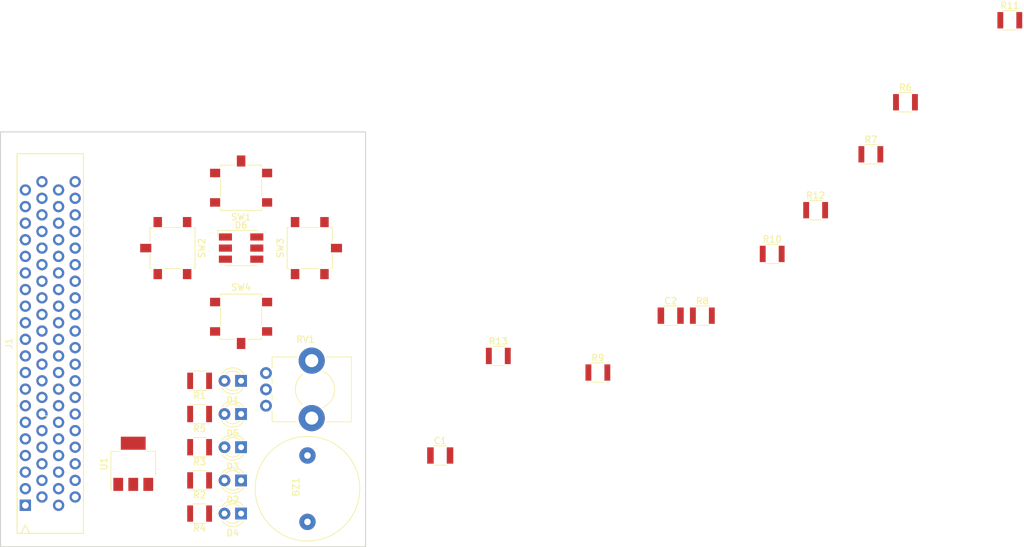
<source format=kicad_pcb>
(kicad_pcb (version 4) (host pcbnew 4.0.6)

  (general
    (links 78)
    (no_connects 78)
    (area 43.475 45.72 200.050002 128.914872)
    (thickness 1.6)
    (drawings 5)
    (tracks 0)
    (zones 0)
    (modules 29)
    (nets 73)
  )

  (page A4)
  (layers
    (0 F.Cu signal)
    (31 B.Cu signal)
    (32 B.Adhes user)
    (33 F.Adhes user)
    (34 B.Paste user)
    (35 F.Paste user)
    (36 B.SilkS user)
    (37 F.SilkS user)
    (38 B.Mask user)
    (39 F.Mask user)
    (40 Dwgs.User user)
    (41 Cmts.User user)
    (42 Eco1.User user)
    (43 Eco2.User user)
    (44 Edge.Cuts user)
    (45 Margin user)
    (46 B.CrtYd user)
    (47 F.CrtYd user)
    (48 B.Fab user)
    (49 F.Fab user)
  )

  (setup
    (last_trace_width 0.25)
    (trace_clearance 0.2)
    (zone_clearance 0.508)
    (zone_45_only no)
    (trace_min 0.2)
    (segment_width 0.2)
    (edge_width 0.15)
    (via_size 0.6)
    (via_drill 0.4)
    (via_min_size 0.4)
    (via_min_drill 0.3)
    (uvia_size 0.3)
    (uvia_drill 0.1)
    (uvias_allowed no)
    (uvia_min_size 0.2)
    (uvia_min_drill 0.1)
    (pcb_text_width 0.3)
    (pcb_text_size 1.5 1.5)
    (mod_edge_width 0.15)
    (mod_text_size 1 1)
    (mod_text_width 0.15)
    (pad_size 1.524 1.524)
    (pad_drill 0.762)
    (pad_to_mask_clearance 0.2)
    (aux_axis_origin 0 0)
    (visible_elements FFFFFF7F)
    (pcbplotparams
      (layerselection 0x00030_80000001)
      (usegerberextensions false)
      (excludeedgelayer true)
      (linewidth 0.100000)
      (plotframeref false)
      (viasonmask false)
      (mode 1)
      (useauxorigin false)
      (hpglpennumber 1)
      (hpglpenspeed 20)
      (hpglpendiameter 15)
      (hpglpenoverlay 2)
      (psnegative false)
      (psa4output false)
      (plotreference true)
      (plotvalue true)
      (plotinvisibletext false)
      (padsonsilk false)
      (subtractmaskfromsilk false)
      (outputformat 1)
      (mirror false)
      (drillshape 1)
      (scaleselection 1)
      (outputdirectory ""))
  )

  (net 0 "")
  (net 1 "Net-(BZ1-Pad2)")
  (net 2 +3V3)
  (net 3 +9V)
  (net 4 GND)
  (net 5 "Net-(D1-Pad2)")
  (net 6 "Net-(D2-Pad2)")
  (net 7 "Net-(D3-Pad2)")
  (net 8 "Net-(D4-Pad2)")
  (net 9 "Net-(D5-Pad2)")
  (net 10 "Net-(D6-Pad4)")
  (net 11 "Net-(D6-Pad5)")
  (net 12 "Net-(D6-Pad6)")
  (net 13 "Net-(J1-Pad80)")
  (net 14 "Net-(J1-Pad78)")
  (net 15 "Net-(J1-Pad76)")
  (net 16 "Net-(J1-Pad74)")
  (net 17 "Net-(J1-Pad72)")
  (net 18 "Net-(J1-Pad70)")
  (net 19 "Net-(J1-Pad68)")
  (net 20 "Net-(J1-Pad66)")
  (net 21 "Net-(J1-Pad64)")
  (net 22 "Net-(J1-Pad62)")
  (net 23 "Net-(J1-Pad60)")
  (net 24 "Net-(J1-Pad58)")
  (net 25 "Net-(J1-Pad56)")
  (net 26 "Net-(J1-Pad54)")
  (net 27 "Net-(J1-Pad52)")
  (net 28 "Net-(J1-Pad50)")
  (net 29 "Net-(J1-Pad48)")
  (net 30 "Net-(J1-Pad46)")
  (net 31 /AI2)
  (net 32 /BUT_B)
  (net 33 /LED3)
  (net 34 /AI1)
  (net 35 /RGBB)
  (net 36 /BUT_A)
  (net 37 /AI0)
  (net 38 /BUZZER_PIN)
  (net 39 /LED1)
  (net 40 /LED2)
  (net 41 /LED4)
  (net 42 /RGBG)
  (net 43 /RGBR)
  (net 44 "Net-(J1-Pad44)")
  (net 45 "Net-(J1-Pad4)")
  (net 46 "Net-(J1-Pad2)")
  (net 47 /SW4)
  (net 48 /LED0)
  (net 49 /SW1)
  (net 50 "Net-(J1-Pad35)")
  (net 51 /SW3)
  (net 52 /SW2)
  (net 53 "Net-(J1-Pad6)")
  (net 54 "Net-(J1-Pad8)")
  (net 55 "Net-(J1-Pad10)")
  (net 56 "Net-(J1-Pad12)")
  (net 57 "Net-(J1-Pad14)")
  (net 58 "Net-(J1-Pad16)")
  (net 59 "Net-(J1-Pad18)")
  (net 60 "Net-(J1-Pad20)")
  (net 61 "Net-(J1-Pad22)")
  (net 62 "Net-(J1-Pad24)")
  (net 63 "Net-(J1-Pad26)")
  (net 64 "Net-(J1-Pad28)")
  (net 65 "Net-(J1-Pad30)")
  (net 66 "Net-(J1-Pad32)")
  (net 67 "Net-(J1-Pad34)")
  (net 68 "Net-(J1-Pad36)")
  (net 69 "Net-(J1-Pad38)")
  (net 70 "Net-(J1-Pad40)")
  (net 71 "Net-(J1-Pad42)")
  (net 72 "Net-(R9-Pad1)")

  (net_class Default "This is the default net class."
    (clearance 0.2)
    (trace_width 0.25)
    (via_dia 0.6)
    (via_drill 0.4)
    (uvia_dia 0.3)
    (uvia_drill 0.1)
    (add_net +3V3)
    (add_net +9V)
    (add_net /AI0)
    (add_net /AI1)
    (add_net /AI2)
    (add_net /BUT_A)
    (add_net /BUT_B)
    (add_net /BUZZER_PIN)
    (add_net /LED0)
    (add_net /LED1)
    (add_net /LED2)
    (add_net /LED3)
    (add_net /LED4)
    (add_net /RGBB)
    (add_net /RGBG)
    (add_net /RGBR)
    (add_net /SW1)
    (add_net /SW2)
    (add_net /SW3)
    (add_net /SW4)
    (add_net GND)
    (add_net "Net-(BZ1-Pad2)")
    (add_net "Net-(D1-Pad2)")
    (add_net "Net-(D2-Pad2)")
    (add_net "Net-(D3-Pad2)")
    (add_net "Net-(D4-Pad2)")
    (add_net "Net-(D5-Pad2)")
    (add_net "Net-(D6-Pad4)")
    (add_net "Net-(D6-Pad5)")
    (add_net "Net-(D6-Pad6)")
    (add_net "Net-(J1-Pad10)")
    (add_net "Net-(J1-Pad12)")
    (add_net "Net-(J1-Pad14)")
    (add_net "Net-(J1-Pad16)")
    (add_net "Net-(J1-Pad18)")
    (add_net "Net-(J1-Pad2)")
    (add_net "Net-(J1-Pad20)")
    (add_net "Net-(J1-Pad22)")
    (add_net "Net-(J1-Pad24)")
    (add_net "Net-(J1-Pad26)")
    (add_net "Net-(J1-Pad28)")
    (add_net "Net-(J1-Pad30)")
    (add_net "Net-(J1-Pad32)")
    (add_net "Net-(J1-Pad34)")
    (add_net "Net-(J1-Pad35)")
    (add_net "Net-(J1-Pad36)")
    (add_net "Net-(J1-Pad38)")
    (add_net "Net-(J1-Pad4)")
    (add_net "Net-(J1-Pad40)")
    (add_net "Net-(J1-Pad42)")
    (add_net "Net-(J1-Pad44)")
    (add_net "Net-(J1-Pad46)")
    (add_net "Net-(J1-Pad48)")
    (add_net "Net-(J1-Pad50)")
    (add_net "Net-(J1-Pad52)")
    (add_net "Net-(J1-Pad54)")
    (add_net "Net-(J1-Pad56)")
    (add_net "Net-(J1-Pad58)")
    (add_net "Net-(J1-Pad6)")
    (add_net "Net-(J1-Pad60)")
    (add_net "Net-(J1-Pad62)")
    (add_net "Net-(J1-Pad64)")
    (add_net "Net-(J1-Pad66)")
    (add_net "Net-(J1-Pad68)")
    (add_net "Net-(J1-Pad70)")
    (add_net "Net-(J1-Pad72)")
    (add_net "Net-(J1-Pad74)")
    (add_net "Net-(J1-Pad76)")
    (add_net "Net-(J1-Pad78)")
    (add_net "Net-(J1-Pad8)")
    (add_net "Net-(J1-Pad80)")
    (add_net "Net-(R9-Pad1)")
  )

  (module Buzzers_Beepers:BUZZER (layer F.Cu) (tedit 0) (tstamp 598C23CC)
    (at 90.17 120.65 90)
    (path /598737DA)
    (fp_text reference BZ1 (at 0.24892 -1.75006 90) (layer F.SilkS)
      (effects (font (size 1 1) (thickness 0.15)))
    )
    (fp_text value Buzzer (at 0 1.50114 90) (layer F.Fab)
      (effects (font (size 1 1) (thickness 0.15)))
    )
    (fp_circle (center 0 0) (end 8.001 0.24892) (layer F.SilkS) (width 0.12))
    (pad 2 thru_hole circle (at 5.08 0 90) (size 2.49936 2.49936) (drill 1.00076) (layers *.Cu *.Mask)
      (net 1 "Net-(BZ1-Pad2)"))
    (pad 1 thru_hole circle (at -5.08 0 90) (size 2.49936 2.49936) (drill 1.00076) (layers *.Cu *.Mask)
      (net 2 +3V3))
  )

  (module Capacitors_SMD:C_1210 (layer F.Cu) (tedit 58AA84E2) (tstamp 598C23D2)
    (at 110.49 115.57)
    (descr "Capacitor SMD 1210, reflow soldering, AVX (see smccp.pdf)")
    (tags "capacitor 1210")
    (path /59875242)
    (attr smd)
    (fp_text reference C1 (at 0 -2.25) (layer F.SilkS)
      (effects (font (size 1 1) (thickness 0.15)))
    )
    (fp_text value 100nF (at 0 2.5) (layer F.Fab)
      (effects (font (size 1 1) (thickness 0.15)))
    )
    (fp_text user %R (at 0 -2.25) (layer F.Fab)
      (effects (font (size 1 1) (thickness 0.15)))
    )
    (fp_line (start -1.6 1.25) (end -1.6 -1.25) (layer F.Fab) (width 0.1))
    (fp_line (start 1.6 1.25) (end -1.6 1.25) (layer F.Fab) (width 0.1))
    (fp_line (start 1.6 -1.25) (end 1.6 1.25) (layer F.Fab) (width 0.1))
    (fp_line (start -1.6 -1.25) (end 1.6 -1.25) (layer F.Fab) (width 0.1))
    (fp_line (start 1 -1.48) (end -1 -1.48) (layer F.SilkS) (width 0.12))
    (fp_line (start -1 1.48) (end 1 1.48) (layer F.SilkS) (width 0.12))
    (fp_line (start -2.25 -1.5) (end 2.25 -1.5) (layer F.CrtYd) (width 0.05))
    (fp_line (start -2.25 -1.5) (end -2.25 1.5) (layer F.CrtYd) (width 0.05))
    (fp_line (start 2.25 1.5) (end 2.25 -1.5) (layer F.CrtYd) (width 0.05))
    (fp_line (start 2.25 1.5) (end -2.25 1.5) (layer F.CrtYd) (width 0.05))
    (pad 1 smd rect (at -1.5 0) (size 1 2.5) (layers F.Cu F.Paste F.Mask)
      (net 3 +9V))
    (pad 2 smd rect (at 1.5 0) (size 1 2.5) (layers F.Cu F.Paste F.Mask)
      (net 4 GND))
    (model Capacitors_SMD.3dshapes/C_1210.wrl
      (at (xyz 0 0 0))
      (scale (xyz 1 1 1))
      (rotate (xyz 0 0 0))
    )
  )

  (module Capacitors_SMD:C_1210 (layer F.Cu) (tedit 58AA84E2) (tstamp 598C23D8)
    (at 145.765001 94.165)
    (descr "Capacitor SMD 1210, reflow soldering, AVX (see smccp.pdf)")
    (tags "capacitor 1210")
    (path /598752C6)
    (attr smd)
    (fp_text reference C2 (at 0 -2.25) (layer F.SilkS)
      (effects (font (size 1 1) (thickness 0.15)))
    )
    (fp_text value 10uF (at 0 2.5) (layer F.Fab)
      (effects (font (size 1 1) (thickness 0.15)))
    )
    (fp_text user %R (at 0 -2.25) (layer F.Fab)
      (effects (font (size 1 1) (thickness 0.15)))
    )
    (fp_line (start -1.6 1.25) (end -1.6 -1.25) (layer F.Fab) (width 0.1))
    (fp_line (start 1.6 1.25) (end -1.6 1.25) (layer F.Fab) (width 0.1))
    (fp_line (start 1.6 -1.25) (end 1.6 1.25) (layer F.Fab) (width 0.1))
    (fp_line (start -1.6 -1.25) (end 1.6 -1.25) (layer F.Fab) (width 0.1))
    (fp_line (start 1 -1.48) (end -1 -1.48) (layer F.SilkS) (width 0.12))
    (fp_line (start -1 1.48) (end 1 1.48) (layer F.SilkS) (width 0.12))
    (fp_line (start -2.25 -1.5) (end 2.25 -1.5) (layer F.CrtYd) (width 0.05))
    (fp_line (start -2.25 -1.5) (end -2.25 1.5) (layer F.CrtYd) (width 0.05))
    (fp_line (start 2.25 1.5) (end 2.25 -1.5) (layer F.CrtYd) (width 0.05))
    (fp_line (start 2.25 1.5) (end -2.25 1.5) (layer F.CrtYd) (width 0.05))
    (pad 1 smd rect (at -1.5 0) (size 1 2.5) (layers F.Cu F.Paste F.Mask)
      (net 2 +3V3))
    (pad 2 smd rect (at 1.5 0) (size 1 2.5) (layers F.Cu F.Paste F.Mask)
      (net 4 GND))
    (model Capacitors_SMD.3dshapes/C_1210.wrl
      (at (xyz 0 0 0))
      (scale (xyz 1 1 1))
      (rotate (xyz 0 0 0))
    )
  )

  (module LEDs:LED_D3.0mm (layer F.Cu) (tedit 587A3A7B) (tstamp 598C23DE)
    (at 80.01 104.14 180)
    (descr "LED, diameter 3.0mm, 2 pins")
    (tags "LED diameter 3.0mm 2 pins")
    (path /598598B8)
    (fp_text reference D1 (at 1.27 -2.96 180) (layer F.SilkS)
      (effects (font (size 1 1) (thickness 0.15)))
    )
    (fp_text value LED (at 1.27 2.96 180) (layer F.Fab)
      (effects (font (size 1 1) (thickness 0.15)))
    )
    (fp_arc (start 1.27 0) (end -0.23 -1.16619) (angle 284.3) (layer F.Fab) (width 0.1))
    (fp_arc (start 1.27 0) (end -0.29 -1.235516) (angle 108.8) (layer F.SilkS) (width 0.12))
    (fp_arc (start 1.27 0) (end -0.29 1.235516) (angle -108.8) (layer F.SilkS) (width 0.12))
    (fp_arc (start 1.27 0) (end 0.229039 -1.08) (angle 87.9) (layer F.SilkS) (width 0.12))
    (fp_arc (start 1.27 0) (end 0.229039 1.08) (angle -87.9) (layer F.SilkS) (width 0.12))
    (fp_circle (center 1.27 0) (end 2.77 0) (layer F.Fab) (width 0.1))
    (fp_line (start -0.23 -1.16619) (end -0.23 1.16619) (layer F.Fab) (width 0.1))
    (fp_line (start -0.29 -1.236) (end -0.29 -1.08) (layer F.SilkS) (width 0.12))
    (fp_line (start -0.29 1.08) (end -0.29 1.236) (layer F.SilkS) (width 0.12))
    (fp_line (start -1.15 -2.25) (end -1.15 2.25) (layer F.CrtYd) (width 0.05))
    (fp_line (start -1.15 2.25) (end 3.7 2.25) (layer F.CrtYd) (width 0.05))
    (fp_line (start 3.7 2.25) (end 3.7 -2.25) (layer F.CrtYd) (width 0.05))
    (fp_line (start 3.7 -2.25) (end -1.15 -2.25) (layer F.CrtYd) (width 0.05))
    (pad 1 thru_hole rect (at 0 0 180) (size 1.8 1.8) (drill 0.9) (layers *.Cu *.Mask)
      (net 4 GND))
    (pad 2 thru_hole circle (at 2.54 0 180) (size 1.8 1.8) (drill 0.9) (layers *.Cu *.Mask)
      (net 5 "Net-(D1-Pad2)"))
    (model ${KISYS3DMOD}/LEDs.3dshapes/LED_D3.0mm.wrl
      (at (xyz 0 0 0))
      (scale (xyz 0.393701 0.393701 0.393701))
      (rotate (xyz 0 0 0))
    )
  )

  (module LEDs:LED_D3.0mm (layer F.Cu) (tedit 587A3A7B) (tstamp 598C23E4)
    (at 80.01 119.38 180)
    (descr "LED, diameter 3.0mm, 2 pins")
    (tags "LED diameter 3.0mm 2 pins")
    (path /59859BF9)
    (fp_text reference D2 (at 1.27 -2.96 180) (layer F.SilkS)
      (effects (font (size 1 1) (thickness 0.15)))
    )
    (fp_text value LED (at 1.27 2.96 180) (layer F.Fab)
      (effects (font (size 1 1) (thickness 0.15)))
    )
    (fp_arc (start 1.27 0) (end -0.23 -1.16619) (angle 284.3) (layer F.Fab) (width 0.1))
    (fp_arc (start 1.27 0) (end -0.29 -1.235516) (angle 108.8) (layer F.SilkS) (width 0.12))
    (fp_arc (start 1.27 0) (end -0.29 1.235516) (angle -108.8) (layer F.SilkS) (width 0.12))
    (fp_arc (start 1.27 0) (end 0.229039 -1.08) (angle 87.9) (layer F.SilkS) (width 0.12))
    (fp_arc (start 1.27 0) (end 0.229039 1.08) (angle -87.9) (layer F.SilkS) (width 0.12))
    (fp_circle (center 1.27 0) (end 2.77 0) (layer F.Fab) (width 0.1))
    (fp_line (start -0.23 -1.16619) (end -0.23 1.16619) (layer F.Fab) (width 0.1))
    (fp_line (start -0.29 -1.236) (end -0.29 -1.08) (layer F.SilkS) (width 0.12))
    (fp_line (start -0.29 1.08) (end -0.29 1.236) (layer F.SilkS) (width 0.12))
    (fp_line (start -1.15 -2.25) (end -1.15 2.25) (layer F.CrtYd) (width 0.05))
    (fp_line (start -1.15 2.25) (end 3.7 2.25) (layer F.CrtYd) (width 0.05))
    (fp_line (start 3.7 2.25) (end 3.7 -2.25) (layer F.CrtYd) (width 0.05))
    (fp_line (start 3.7 -2.25) (end -1.15 -2.25) (layer F.CrtYd) (width 0.05))
    (pad 1 thru_hole rect (at 0 0 180) (size 1.8 1.8) (drill 0.9) (layers *.Cu *.Mask)
      (net 4 GND))
    (pad 2 thru_hole circle (at 2.54 0 180) (size 1.8 1.8) (drill 0.9) (layers *.Cu *.Mask)
      (net 6 "Net-(D2-Pad2)"))
    (model ${KISYS3DMOD}/LEDs.3dshapes/LED_D3.0mm.wrl
      (at (xyz 0 0 0))
      (scale (xyz 0.393701 0.393701 0.393701))
      (rotate (xyz 0 0 0))
    )
  )

  (module LEDs:LED_D3.0mm (layer F.Cu) (tedit 587A3A7B) (tstamp 598C23EA)
    (at 80.01 114.3 180)
    (descr "LED, diameter 3.0mm, 2 pins")
    (tags "LED diameter 3.0mm 2 pins")
    (path /59859B13)
    (fp_text reference D3 (at 1.27 -2.96 180) (layer F.SilkS)
      (effects (font (size 1 1) (thickness 0.15)))
    )
    (fp_text value LED (at 1.27 2.96 180) (layer F.Fab)
      (effects (font (size 1 1) (thickness 0.15)))
    )
    (fp_arc (start 1.27 0) (end -0.23 -1.16619) (angle 284.3) (layer F.Fab) (width 0.1))
    (fp_arc (start 1.27 0) (end -0.29 -1.235516) (angle 108.8) (layer F.SilkS) (width 0.12))
    (fp_arc (start 1.27 0) (end -0.29 1.235516) (angle -108.8) (layer F.SilkS) (width 0.12))
    (fp_arc (start 1.27 0) (end 0.229039 -1.08) (angle 87.9) (layer F.SilkS) (width 0.12))
    (fp_arc (start 1.27 0) (end 0.229039 1.08) (angle -87.9) (layer F.SilkS) (width 0.12))
    (fp_circle (center 1.27 0) (end 2.77 0) (layer F.Fab) (width 0.1))
    (fp_line (start -0.23 -1.16619) (end -0.23 1.16619) (layer F.Fab) (width 0.1))
    (fp_line (start -0.29 -1.236) (end -0.29 -1.08) (layer F.SilkS) (width 0.12))
    (fp_line (start -0.29 1.08) (end -0.29 1.236) (layer F.SilkS) (width 0.12))
    (fp_line (start -1.15 -2.25) (end -1.15 2.25) (layer F.CrtYd) (width 0.05))
    (fp_line (start -1.15 2.25) (end 3.7 2.25) (layer F.CrtYd) (width 0.05))
    (fp_line (start 3.7 2.25) (end 3.7 -2.25) (layer F.CrtYd) (width 0.05))
    (fp_line (start 3.7 -2.25) (end -1.15 -2.25) (layer F.CrtYd) (width 0.05))
    (pad 1 thru_hole rect (at 0 0 180) (size 1.8 1.8) (drill 0.9) (layers *.Cu *.Mask)
      (net 4 GND))
    (pad 2 thru_hole circle (at 2.54 0 180) (size 1.8 1.8) (drill 0.9) (layers *.Cu *.Mask)
      (net 7 "Net-(D3-Pad2)"))
    (model ${KISYS3DMOD}/LEDs.3dshapes/LED_D3.0mm.wrl
      (at (xyz 0 0 0))
      (scale (xyz 0.393701 0.393701 0.393701))
      (rotate (xyz 0 0 0))
    )
  )

  (module LEDs:LED_D3.0mm (layer F.Cu) (tedit 587A3A7B) (tstamp 598C23F0)
    (at 80.01 124.46 180)
    (descr "LED, diameter 3.0mm, 2 pins")
    (tags "LED diameter 3.0mm 2 pins")
    (path /59859C45)
    (fp_text reference D4 (at 1.27 -2.96 180) (layer F.SilkS)
      (effects (font (size 1 1) (thickness 0.15)))
    )
    (fp_text value LED (at 1.27 2.96 180) (layer F.Fab)
      (effects (font (size 1 1) (thickness 0.15)))
    )
    (fp_arc (start 1.27 0) (end -0.23 -1.16619) (angle 284.3) (layer F.Fab) (width 0.1))
    (fp_arc (start 1.27 0) (end -0.29 -1.235516) (angle 108.8) (layer F.SilkS) (width 0.12))
    (fp_arc (start 1.27 0) (end -0.29 1.235516) (angle -108.8) (layer F.SilkS) (width 0.12))
    (fp_arc (start 1.27 0) (end 0.229039 -1.08) (angle 87.9) (layer F.SilkS) (width 0.12))
    (fp_arc (start 1.27 0) (end 0.229039 1.08) (angle -87.9) (layer F.SilkS) (width 0.12))
    (fp_circle (center 1.27 0) (end 2.77 0) (layer F.Fab) (width 0.1))
    (fp_line (start -0.23 -1.16619) (end -0.23 1.16619) (layer F.Fab) (width 0.1))
    (fp_line (start -0.29 -1.236) (end -0.29 -1.08) (layer F.SilkS) (width 0.12))
    (fp_line (start -0.29 1.08) (end -0.29 1.236) (layer F.SilkS) (width 0.12))
    (fp_line (start -1.15 -2.25) (end -1.15 2.25) (layer F.CrtYd) (width 0.05))
    (fp_line (start -1.15 2.25) (end 3.7 2.25) (layer F.CrtYd) (width 0.05))
    (fp_line (start 3.7 2.25) (end 3.7 -2.25) (layer F.CrtYd) (width 0.05))
    (fp_line (start 3.7 -2.25) (end -1.15 -2.25) (layer F.CrtYd) (width 0.05))
    (pad 1 thru_hole rect (at 0 0 180) (size 1.8 1.8) (drill 0.9) (layers *.Cu *.Mask)
      (net 4 GND))
    (pad 2 thru_hole circle (at 2.54 0 180) (size 1.8 1.8) (drill 0.9) (layers *.Cu *.Mask)
      (net 8 "Net-(D4-Pad2)"))
    (model ${KISYS3DMOD}/LEDs.3dshapes/LED_D3.0mm.wrl
      (at (xyz 0 0 0))
      (scale (xyz 0.393701 0.393701 0.393701))
      (rotate (xyz 0 0 0))
    )
  )

  (module LEDs:LED_D3.0mm (layer F.Cu) (tedit 587A3A7B) (tstamp 598C23F6)
    (at 80.01 109.22 180)
    (descr "LED, diameter 3.0mm, 2 pins")
    (tags "LED diameter 3.0mm 2 pins")
    (path /59859C97)
    (fp_text reference D5 (at 1.27 -2.96 180) (layer F.SilkS)
      (effects (font (size 1 1) (thickness 0.15)))
    )
    (fp_text value LED (at 1.27 2.96 180) (layer F.Fab)
      (effects (font (size 1 1) (thickness 0.15)))
    )
    (fp_arc (start 1.27 0) (end -0.23 -1.16619) (angle 284.3) (layer F.Fab) (width 0.1))
    (fp_arc (start 1.27 0) (end -0.29 -1.235516) (angle 108.8) (layer F.SilkS) (width 0.12))
    (fp_arc (start 1.27 0) (end -0.29 1.235516) (angle -108.8) (layer F.SilkS) (width 0.12))
    (fp_arc (start 1.27 0) (end 0.229039 -1.08) (angle 87.9) (layer F.SilkS) (width 0.12))
    (fp_arc (start 1.27 0) (end 0.229039 1.08) (angle -87.9) (layer F.SilkS) (width 0.12))
    (fp_circle (center 1.27 0) (end 2.77 0) (layer F.Fab) (width 0.1))
    (fp_line (start -0.23 -1.16619) (end -0.23 1.16619) (layer F.Fab) (width 0.1))
    (fp_line (start -0.29 -1.236) (end -0.29 -1.08) (layer F.SilkS) (width 0.12))
    (fp_line (start -0.29 1.08) (end -0.29 1.236) (layer F.SilkS) (width 0.12))
    (fp_line (start -1.15 -2.25) (end -1.15 2.25) (layer F.CrtYd) (width 0.05))
    (fp_line (start -1.15 2.25) (end 3.7 2.25) (layer F.CrtYd) (width 0.05))
    (fp_line (start 3.7 2.25) (end 3.7 -2.25) (layer F.CrtYd) (width 0.05))
    (fp_line (start 3.7 -2.25) (end -1.15 -2.25) (layer F.CrtYd) (width 0.05))
    (pad 1 thru_hole rect (at 0 0 180) (size 1.8 1.8) (drill 0.9) (layers *.Cu *.Mask)
      (net 4 GND))
    (pad 2 thru_hole circle (at 2.54 0 180) (size 1.8 1.8) (drill 0.9) (layers *.Cu *.Mask)
      (net 9 "Net-(D5-Pad2)"))
    (model ${KISYS3DMOD}/LEDs.3dshapes/LED_D3.0mm.wrl
      (at (xyz 0 0 0))
      (scale (xyz 0.393701 0.393701 0.393701))
      (rotate (xyz 0 0 0))
    )
  )

  (module LEDs:LED_RGB_5050-6 (layer F.Cu) (tedit 59155824) (tstamp 598C2400)
    (at 80.01 83.82)
    (descr http://cdn.sparkfun.com/datasheets/Components/LED/5060BRG4.pdf)
    (tags "RGB LED 5050-6")
    (path /598674A3)
    (attr smd)
    (fp_text reference D6 (at 0 -3.5 180) (layer F.SilkS)
      (effects (font (size 1 1) (thickness 0.15)))
    )
    (fp_text value LED_RGB (at 0 3.3) (layer F.Fab)
      (effects (font (size 1 1) (thickness 0.15)))
    )
    (fp_line (start -2.5 -1.9) (end -1.9 -2.5) (layer F.Fab) (width 0.1))
    (fp_line (start 2.5 -2.5) (end -2.5 -2.5) (layer F.Fab) (width 0.1))
    (fp_line (start 2.5 2.5) (end 2.5 -2.5) (layer F.Fab) (width 0.1))
    (fp_line (start -2.5 2.5) (end 2.5 2.5) (layer F.Fab) (width 0.1))
    (fp_line (start -2.5 -2.5) (end -2.5 2.5) (layer F.Fab) (width 0.1))
    (fp_line (start -3.6 -2.7) (end 2.5 -2.7) (layer F.SilkS) (width 0.12))
    (fp_line (start -3.6 -1.6) (end -3.6 -2.7) (layer F.SilkS) (width 0.12))
    (fp_line (start 2.5 2.7) (end -2.5 2.7) (layer F.SilkS) (width 0.12))
    (fp_line (start 3.65 -2.75) (end -3.65 -2.75) (layer F.CrtYd) (width 0.05))
    (fp_line (start 3.65 2.75) (end 3.65 -2.75) (layer F.CrtYd) (width 0.05))
    (fp_line (start -3.65 2.75) (end 3.65 2.75) (layer F.CrtYd) (width 0.05))
    (fp_line (start -3.65 -2.75) (end -3.65 2.75) (layer F.CrtYd) (width 0.05))
    (fp_text user %R (at 0 0) (layer F.Fab)
      (effects (font (size 0.6 0.6) (thickness 0.06)))
    )
    (fp_circle (center 0 0) (end 0 -1.9) (layer F.Fab) (width 0.1))
    (pad 1 smd rect (at -2.4 -1.7 90) (size 1.1 2) (layers F.Cu F.Paste F.Mask)
      (net 4 GND))
    (pad 2 smd rect (at -2.4 0 90) (size 1.1 2) (layers F.Cu F.Paste F.Mask)
      (net 4 GND))
    (pad 3 smd rect (at -2.4 1.7 90) (size 1.1 2) (layers F.Cu F.Paste F.Mask)
      (net 4 GND))
    (pad 4 smd rect (at 2.4 1.7 90) (size 1.1 2) (layers F.Cu F.Paste F.Mask)
      (net 10 "Net-(D6-Pad4)"))
    (pad 5 smd rect (at 2.4 0 90) (size 1.1 2) (layers F.Cu F.Paste F.Mask)
      (net 11 "Net-(D6-Pad5)"))
    (pad 6 smd rect (at 2.4 -1.7 90) (size 1.1 2) (layers F.Cu F.Paste F.Mask)
      (net 12 "Net-(D6-Pad6)"))
    (model ${KISYS3DMOD}/LEDs.3dshapes/LED_RGB_5050-6.wrl
      (at (xyz 0 0 0))
      (scale (xyz 1 1 1))
      (rotate (xyz 0 0 0))
    )
  )

  (module Connectors_4UCON:4UCON_17909_02x401.27mm_Vertical (layer F.Cu) (tedit 58F39FBE) (tstamp 598C2454)
    (at 46.99 123.19 90)
    (descr "BBC micro:bit vertical edge connector")
    (tags "bbc microbit edge connector vertical")
    (path /59858A01)
    (fp_text reference J1 (at 24.765 -2.54 90) (layer F.SilkS)
      (effects (font (size 1 1) (thickness 0.15)))
    )
    (fp_text value microbit_edge_connector (at 24.8 10.5 90) (layer F.Fab)
      (effects (font (size 1 1) (thickness 0.15)))
    )
    (fp_line (start -2.27 0.09) (end -3.67 0.79) (layer F.Fab) (width 0.1))
    (fp_line (start -3.68 -0.62) (end -2.28 0.08) (layer F.Fab) (width 0.1))
    (fp_line (start -3.69 8.25) (end -3.69 -0.63) (layer F.Fab) (width 0.1))
    (fp_line (start 53.21 8.25) (end -3.69 8.25) (layer F.Fab) (width 0.1))
    (fp_line (start 53.21 -0.63) (end 53.21 8.25) (layer F.Fab) (width 0.1))
    (fp_line (start -3.69 -0.63) (end 53.21 -0.63) (layer F.Fab) (width 0.1))
    (fp_text user %R (at 24.765 3.81 90) (layer F.Fab)
      (effects (font (size 1 1) (thickness 0.15)))
    )
    (fp_line (start -4.3 -1.27) (end -4.3 8.89) (layer F.CrtYd) (width 0.05))
    (fp_line (start -4.3 8.89) (end 53.82 8.89) (layer F.CrtYd) (width 0.05))
    (fp_line (start 53.82 8.89) (end 53.82 -1.27) (layer F.CrtYd) (width 0.05))
    (fp_line (start 53.82 -1.27) (end -4.3 -1.27) (layer F.CrtYd) (width 0.05))
    (fp_line (start -4.27 -0.635) (end -3 0) (layer F.SilkS) (width 0.15))
    (fp_line (start -3 0) (end -4.27 0.635) (layer F.SilkS) (width 0.15))
    (fp_line (start 53.82 8.89) (end -4.3 8.89) (layer F.SilkS) (width 0.15))
    (fp_line (start -4.3 8.89) (end -4.3 -1.27) (layer F.SilkS) (width 0.15))
    (fp_line (start -4.3 -1.27) (end 53.82 -1.27) (layer F.SilkS) (width 0.15))
    (fp_line (start 53.82 -1.27) (end 53.82 8.89) (layer F.SilkS) (width 0.15))
    (fp_line (start 13.68 2.73) (end 13.68 3.28) (layer F.SilkS) (width 0.15))
    (pad 80 thru_hole oval (at 49.53 7.62 90) (size 1.7272 1.7272) (drill 1.016) (layers *.Cu *.Mask)
      (net 13 "Net-(J1-Pad80)"))
    (pad 78 thru_hole oval (at 48.26 5.08 90) (size 1.7272 1.7272) (drill 1.016) (layers *.Cu *.Mask)
      (net 14 "Net-(J1-Pad78)"))
    (pad 76 thru_hole oval (at 46.99 7.62 90) (size 1.7272 1.7272) (drill 1.016) (layers *.Cu *.Mask)
      (net 15 "Net-(J1-Pad76)"))
    (pad 74 thru_hole oval (at 45.72 5.08 90) (size 1.7272 1.7272) (drill 1.016) (layers *.Cu *.Mask)
      (net 16 "Net-(J1-Pad74)"))
    (pad 72 thru_hole oval (at 44.45 7.62 90) (size 1.7272 1.7272) (drill 1.016) (layers *.Cu *.Mask)
      (net 17 "Net-(J1-Pad72)"))
    (pad 70 thru_hole oval (at 43.18 5.08 90) (size 1.7272 1.7272) (drill 1.016) (layers *.Cu *.Mask)
      (net 18 "Net-(J1-Pad70)"))
    (pad 68 thru_hole oval (at 41.91 7.62 90) (size 1.7272 1.7272) (drill 1.016) (layers *.Cu *.Mask)
      (net 19 "Net-(J1-Pad68)"))
    (pad 66 thru_hole oval (at 40.64 5.08 90) (size 1.7272 1.7272) (drill 1.016) (layers *.Cu *.Mask)
      (net 20 "Net-(J1-Pad66)"))
    (pad 64 thru_hole oval (at 39.37 7.62 90) (size 1.7272 1.7272) (drill 1.016) (layers *.Cu *.Mask)
      (net 21 "Net-(J1-Pad64)"))
    (pad 62 thru_hole oval (at 38.1 5.08 90) (size 1.7272 1.7272) (drill 1.016) (layers *.Cu *.Mask)
      (net 22 "Net-(J1-Pad62)"))
    (pad 60 thru_hole oval (at 36.83 7.62 90) (size 1.7272 1.7272) (drill 1.016) (layers *.Cu *.Mask)
      (net 23 "Net-(J1-Pad60)"))
    (pad 58 thru_hole oval (at 35.56 5.08 90) (size 1.7272 1.7272) (drill 1.016) (layers *.Cu *.Mask)
      (net 24 "Net-(J1-Pad58)"))
    (pad 56 thru_hole oval (at 34.29 7.62 90) (size 1.7272 1.7272) (drill 1.016) (layers *.Cu *.Mask)
      (net 25 "Net-(J1-Pad56)"))
    (pad 54 thru_hole oval (at 33.02 5.08 90) (size 1.7272 1.7272) (drill 1.016) (layers *.Cu *.Mask)
      (net 26 "Net-(J1-Pad54)"))
    (pad 52 thru_hole oval (at 31.75 7.62 90) (size 1.7272 1.7272) (drill 1.016) (layers *.Cu *.Mask)
      (net 27 "Net-(J1-Pad52)"))
    (pad 50 thru_hole oval (at 30.48 5.08 90) (size 1.7272 1.7272) (drill 1.016) (layers *.Cu *.Mask)
      (net 28 "Net-(J1-Pad50)"))
    (pad 48 thru_hole oval (at 29.21 7.62 90) (size 1.7272 1.7272) (drill 1.016) (layers *.Cu *.Mask)
      (net 29 "Net-(J1-Pad48)"))
    (pad 46 thru_hole oval (at 27.94 5.08 90) (size 1.7272 1.7272) (drill 1.016) (layers *.Cu *.Mask)
      (net 30 "Net-(J1-Pad46)"))
    (pad 43 thru_hole oval (at 26.67 2.54 90) (size 1.7272 1.7272) (drill 1.016) (layers *.Cu *.Mask)
      (net 31 /AI2))
    (pad 47 thru_hole oval (at 29.21 2.54 90) (size 1.7272 1.7272) (drill 1.016) (layers *.Cu *.Mask)
      (net 32 /BUT_B))
    (pad 51 thru_hole oval (at 31.75 2.54 90) (size 1.7272 1.7272) (drill 1.016) (layers *.Cu *.Mask)
      (net 33 /LED3))
    (pad 55 thru_hole oval (at 34.29 2.54 90) (size 1.7272 1.7272) (drill 1.016) (layers *.Cu *.Mask)
      (net 34 /AI1))
    (pad 59 thru_hole oval (at 36.83 2.54 90) (size 1.7272 1.7272) (drill 1.016) (layers *.Cu *.Mask)
      (net 34 /AI1))
    (pad 63 thru_hole oval (at 39.37 2.54 90) (size 1.7272 1.7272) (drill 1.016) (layers *.Cu *.Mask)
      (net 35 /RGBB))
    (pad 67 thru_hole oval (at 41.91 2.54 90) (size 1.7272 1.7272) (drill 1.016) (layers *.Cu *.Mask)
      (net 36 /BUT_A))
    (pad 71 thru_hole oval (at 44.45 2.54 90) (size 1.7272 1.7272) (drill 1.016) (layers *.Cu *.Mask)
      (net 37 /AI0))
    (pad 75 thru_hole oval (at 46.99 2.54 90) (size 1.7272 1.7272) (drill 1.016) (layers *.Cu *.Mask)
      (net 37 /AI0))
    (pad 79 thru_hole oval (at 49.53 2.54 90) (size 1.7272 1.7272) (drill 1.016) (layers *.Cu *.Mask)
      (net 38 /BUZZER_PIN))
    (pad 45 thru_hole oval (at 27.94 0 90) (size 1.7272 1.7272) (drill 1.016) (layers *.Cu *.Mask)
      (net 39 /LED1))
    (pad 49 thru_hole oval (at 30.48 0 90) (size 1.7272 1.7272) (drill 1.016) (layers *.Cu *.Mask)
      (net 40 /LED2))
    (pad 53 thru_hole oval (at 33.02 0 90) (size 1.7272 1.7272) (drill 1.016) (layers *.Cu *.Mask)
      (net 41 /LED4))
    (pad 57 thru_hole oval (at 35.56 0 90) (size 1.7272 1.7272) (drill 1.016) (layers *.Cu *.Mask)
      (net 34 /AI1))
    (pad 61 thru_hole oval (at 38.1 0 90) (size 1.7272 1.7272) (drill 1.016) (layers *.Cu *.Mask)
      (net 34 /AI1))
    (pad 65 thru_hole oval (at 40.64 0 90) (size 1.7272 1.7272) (drill 1.016) (layers *.Cu *.Mask)
      (net 42 /RGBG))
    (pad 69 thru_hole oval (at 43.18 0 90) (size 1.7272 1.7272) (drill 1.016) (layers *.Cu *.Mask)
      (net 43 /RGBR))
    (pad 73 thru_hole oval (at 45.72 0 90) (size 1.7272 1.7272) (drill 1.016) (layers *.Cu *.Mask)
      (net 37 /AI0))
    (pad 77 thru_hole oval (at 48.26 0 90) (size 1.7272 1.7272) (drill 1.016) (layers *.Cu *.Mask)
      (net 37 /AI0))
    (pad 44 thru_hole oval (at 26.67 7.62 90) (size 1.7272 1.7272) (drill 1.016) (layers *.Cu *.Mask)
      (net 44 "Net-(J1-Pad44)"))
    (pad 4 thru_hole oval (at 1.27 7.62 90) (size 1.7272 1.7272) (drill 1.016) (layers *.Cu *.Mask)
      (net 45 "Net-(J1-Pad4)"))
    (pad 2 thru_hole oval (at 0 5.08 90) (size 1.7272 1.7272) (drill 1.016) (layers *.Cu *.Mask)
      (net 46 "Net-(J1-Pad2)"))
    (pad 41 thru_hole oval (at 25.4 0 90) (size 1.7272 1.7272) (drill 1.016) (layers *.Cu *.Mask)
      (net 31 /AI2))
    (pad 37 thru_hole oval (at 22.86 0 90) (size 1.7272 1.7272) (drill 1.016) (layers *.Cu *.Mask)
      (net 31 /AI2))
    (pad 33 thru_hole oval (at 20.32 0 90) (size 1.7272 1.7272) (drill 1.016) (layers *.Cu *.Mask)
      (net 47 /SW4))
    (pad 29 thru_hole oval (at 17.78 0 90) (size 1.7272 1.7272) (drill 1.016) (layers *.Cu *.Mask)
      (net 48 /LED0))
    (pad 25 thru_hole oval (at 15.24 0 90) (size 1.7272 1.7272) (drill 1.016) (layers *.Cu *.Mask)
      (net 2 +3V3))
    (pad 21 thru_hole oval (at 12.7 0 90) (size 1.7272 1.7272) (drill 1.016) (layers *.Cu *.Mask)
      (net 2 +3V3))
    (pad 17 thru_hole oval (at 10.16 0 90) (size 1.7272 1.7272) (drill 1.016) (layers *.Cu *.Mask)
      (net 2 +3V3))
    (pad 13 thru_hole oval (at 7.62 0 90) (size 1.7272 1.7272) (drill 1.016) (layers *.Cu *.Mask)
      (net 49 /SW1))
    (pad 9 thru_hole oval (at 5.08 0 90) (size 1.7272 1.7272) (drill 1.016) (layers *.Cu *.Mask)
      (net 4 GND))
    (pad 5 thru_hole oval (at 2.54 0 90) (size 1.7272 1.7272) (drill 1.016) (layers *.Cu *.Mask)
      (net 4 GND))
    (pad 39 thru_hole oval (at 24.13 2.54 90) (size 1.7272 1.7272) (drill 1.016) (layers *.Cu *.Mask)
      (net 31 /AI2))
    (pad 35 thru_hole oval (at 21.59 2.54 90) (size 1.7272 1.7272) (drill 1.016) (layers *.Cu *.Mask)
      (net 50 "Net-(J1-Pad35)"))
    (pad 31 thru_hole oval (at 19.05 2.54 90) (size 1.7272 1.7272) (drill 1.016) (layers *.Cu *.Mask)
      (net 51 /SW3))
    (pad 27 thru_hole oval (at 16.51 2.54 90) (size 1.7272 1.7272) (drill 1.016) (layers *.Cu *.Mask)
      (net 2 +3V3))
    (pad 23 thru_hole oval (at 13.97 2.54 90) (size 1.7272 1.7272) (drill 1.016) (layers *.Cu *.Mask)
      (net 2 +3V3))
    (pad 19 thru_hole oval (at 11.43 2.54 90) (size 1.7272 1.7272) (drill 1.016) (layers *.Cu *.Mask)
      (net 2 +3V3))
    (pad 15 thru_hole oval (at 8.89 2.54 90) (size 1.7272 1.7272) (drill 1.016) (layers *.Cu *.Mask)
      (net 52 /SW2))
    (pad 11 thru_hole oval (at 6.35 2.54 90) (size 1.7272 1.7272) (drill 1.016) (layers *.Cu *.Mask)
      (net 4 GND))
    (pad 7 thru_hole oval (at 3.81 2.54 90) (size 1.7272 1.7272) (drill 1.016) (layers *.Cu *.Mask)
      (net 4 GND))
    (pad 3 thru_hole oval (at 1.27 2.54 90) (size 1.7272 1.7272) (drill 1.016) (layers *.Cu *.Mask)
      (net 4 GND))
    (pad 1 thru_hole rect (at 0 0 90) (size 1.7272 1.7272) (drill 1.016) (layers *.Cu *.Mask)
      (net 4 GND))
    (pad 6 thru_hole oval (at 2.54 5.08 90) (size 1.7272 1.7272) (drill 1.016) (layers *.Cu *.Mask)
      (net 53 "Net-(J1-Pad6)"))
    (pad 8 thru_hole oval (at 3.81 7.62 90) (size 1.7272 1.7272) (drill 1.016) (layers *.Cu *.Mask)
      (net 54 "Net-(J1-Pad8)"))
    (pad 10 thru_hole oval (at 5.08 5.08 90) (size 1.7272 1.7272) (drill 1.016) (layers *.Cu *.Mask)
      (net 55 "Net-(J1-Pad10)"))
    (pad 12 thru_hole oval (at 6.35 7.62 90) (size 1.7272 1.7272) (drill 1.016) (layers *.Cu *.Mask)
      (net 56 "Net-(J1-Pad12)"))
    (pad 14 thru_hole oval (at 7.62 5.08 90) (size 1.7272 1.7272) (drill 1.016) (layers *.Cu *.Mask)
      (net 57 "Net-(J1-Pad14)"))
    (pad 16 thru_hole oval (at 8.89 7.62 90) (size 1.7272 1.7272) (drill 1.016) (layers *.Cu *.Mask)
      (net 58 "Net-(J1-Pad16)"))
    (pad 18 thru_hole oval (at 10.16 5.08 90) (size 1.7272 1.7272) (drill 1.016) (layers *.Cu *.Mask)
      (net 59 "Net-(J1-Pad18)"))
    (pad 20 thru_hole oval (at 11.43 7.62 90) (size 1.7272 1.7272) (drill 1.016) (layers *.Cu *.Mask)
      (net 60 "Net-(J1-Pad20)"))
    (pad 22 thru_hole oval (at 12.7 5.08 90) (size 1.7272 1.7272) (drill 1.016) (layers *.Cu *.Mask)
      (net 61 "Net-(J1-Pad22)"))
    (pad 24 thru_hole oval (at 13.97 7.62 90) (size 1.7272 1.7272) (drill 1.016) (layers *.Cu *.Mask)
      (net 62 "Net-(J1-Pad24)"))
    (pad 26 thru_hole oval (at 15.24 5.08 90) (size 1.7272 1.7272) (drill 1.016) (layers *.Cu *.Mask)
      (net 63 "Net-(J1-Pad26)"))
    (pad 28 thru_hole oval (at 16.51 7.62 90) (size 1.7272 1.7272) (drill 1.016) (layers *.Cu *.Mask)
      (net 64 "Net-(J1-Pad28)"))
    (pad 30 thru_hole oval (at 17.78 5.08 90) (size 1.7272 1.7272) (drill 1.016) (layers *.Cu *.Mask)
      (net 65 "Net-(J1-Pad30)"))
    (pad 32 thru_hole oval (at 19.05 7.62 90) (size 1.7272 1.7272) (drill 1.016) (layers *.Cu *.Mask)
      (net 66 "Net-(J1-Pad32)"))
    (pad 34 thru_hole oval (at 20.32 5.08 90) (size 1.7272 1.7272) (drill 1.016) (layers *.Cu *.Mask)
      (net 67 "Net-(J1-Pad34)"))
    (pad 36 thru_hole oval (at 21.59 7.62 90) (size 1.7272 1.7272) (drill 1.016) (layers *.Cu *.Mask)
      (net 68 "Net-(J1-Pad36)"))
    (pad 38 thru_hole oval (at 22.86 5.08 90) (size 1.7272 1.7272) (drill 1.016) (layers *.Cu *.Mask)
      (net 69 "Net-(J1-Pad38)"))
    (pad 40 thru_hole oval (at 24.13 7.62 90) (size 1.7272 1.7272) (drill 1.016) (layers *.Cu *.Mask)
      (net 70 "Net-(J1-Pad40)"))
    (pad 42 thru_hole oval (at 25.4 5.08 90) (size 1.7272 1.7272) (drill 1.016) (layers *.Cu *.Mask)
      (net 71 "Net-(J1-Pad42)"))
    (model ${KISYS3DMOD}/Connectors_4UCON.3dshapes/4UCON_17909_02x401.27mm_Vertical.wrl
      (at (xyz 0 0 0))
      (scale (xyz 1 1 1))
      (rotate (xyz 0 0 0))
    )
  )

  (module Resistors_SMD:R_1210 (layer F.Cu) (tedit 58E0A804) (tstamp 598C245A)
    (at 73.66 104.14 180)
    (descr "Resistor SMD 1210, reflow soldering, Vishay (see dcrcw.pdf)")
    (tags "resistor 1210")
    (path /59859901)
    (attr smd)
    (fp_text reference R1 (at 0 -2.25 180) (layer F.SilkS)
      (effects (font (size 1 1) (thickness 0.15)))
    )
    (fp_text value R (at 0 2.4 180) (layer F.Fab)
      (effects (font (size 1 1) (thickness 0.15)))
    )
    (fp_text user %R (at 0 0 180) (layer F.Fab)
      (effects (font (size 0.7 0.7) (thickness 0.105)))
    )
    (fp_line (start -1.6 1.25) (end -1.6 -1.25) (layer F.Fab) (width 0.1))
    (fp_line (start 1.6 1.25) (end -1.6 1.25) (layer F.Fab) (width 0.1))
    (fp_line (start 1.6 -1.25) (end 1.6 1.25) (layer F.Fab) (width 0.1))
    (fp_line (start -1.6 -1.25) (end 1.6 -1.25) (layer F.Fab) (width 0.1))
    (fp_line (start 1 1.48) (end -1 1.48) (layer F.SilkS) (width 0.12))
    (fp_line (start -1 -1.48) (end 1 -1.48) (layer F.SilkS) (width 0.12))
    (fp_line (start -2.15 -1.5) (end 2.15 -1.5) (layer F.CrtYd) (width 0.05))
    (fp_line (start -2.15 -1.5) (end -2.15 1.5) (layer F.CrtYd) (width 0.05))
    (fp_line (start 2.15 1.5) (end 2.15 -1.5) (layer F.CrtYd) (width 0.05))
    (fp_line (start 2.15 1.5) (end -2.15 1.5) (layer F.CrtYd) (width 0.05))
    (pad 1 smd rect (at -1.45 0 180) (size 0.9 2.5) (layers F.Cu F.Paste F.Mask)
      (net 5 "Net-(D1-Pad2)"))
    (pad 2 smd rect (at 1.45 0 180) (size 0.9 2.5) (layers F.Cu F.Paste F.Mask)
      (net 48 /LED0))
    (model ${KISYS3DMOD}/Resistors_SMD.3dshapes/R_1210.wrl
      (at (xyz 0 0 0))
      (scale (xyz 1 1 1))
      (rotate (xyz 0 0 0))
    )
  )

  (module Resistors_SMD:R_1210 (layer F.Cu) (tedit 58E0A804) (tstamp 598C2460)
    (at 73.66 119.38 180)
    (descr "Resistor SMD 1210, reflow soldering, Vishay (see dcrcw.pdf)")
    (tags "resistor 1210")
    (path /59859BFF)
    (attr smd)
    (fp_text reference R2 (at 0 -2.25 180) (layer F.SilkS)
      (effects (font (size 1 1) (thickness 0.15)))
    )
    (fp_text value R (at 0 2.4 180) (layer F.Fab)
      (effects (font (size 1 1) (thickness 0.15)))
    )
    (fp_text user %R (at 0 0 180) (layer F.Fab)
      (effects (font (size 0.7 0.7) (thickness 0.105)))
    )
    (fp_line (start -1.6 1.25) (end -1.6 -1.25) (layer F.Fab) (width 0.1))
    (fp_line (start 1.6 1.25) (end -1.6 1.25) (layer F.Fab) (width 0.1))
    (fp_line (start 1.6 -1.25) (end 1.6 1.25) (layer F.Fab) (width 0.1))
    (fp_line (start -1.6 -1.25) (end 1.6 -1.25) (layer F.Fab) (width 0.1))
    (fp_line (start 1 1.48) (end -1 1.48) (layer F.SilkS) (width 0.12))
    (fp_line (start -1 -1.48) (end 1 -1.48) (layer F.SilkS) (width 0.12))
    (fp_line (start -2.15 -1.5) (end 2.15 -1.5) (layer F.CrtYd) (width 0.05))
    (fp_line (start -2.15 -1.5) (end -2.15 1.5) (layer F.CrtYd) (width 0.05))
    (fp_line (start 2.15 1.5) (end 2.15 -1.5) (layer F.CrtYd) (width 0.05))
    (fp_line (start 2.15 1.5) (end -2.15 1.5) (layer F.CrtYd) (width 0.05))
    (pad 1 smd rect (at -1.45 0 180) (size 0.9 2.5) (layers F.Cu F.Paste F.Mask)
      (net 6 "Net-(D2-Pad2)"))
    (pad 2 smd rect (at 1.45 0 180) (size 0.9 2.5) (layers F.Cu F.Paste F.Mask)
      (net 39 /LED1))
    (model ${KISYS3DMOD}/Resistors_SMD.3dshapes/R_1210.wrl
      (at (xyz 0 0 0))
      (scale (xyz 1 1 1))
      (rotate (xyz 0 0 0))
    )
  )

  (module Resistors_SMD:R_1210 (layer F.Cu) (tedit 58E0A804) (tstamp 598C2466)
    (at 73.66 114.3 180)
    (descr "Resistor SMD 1210, reflow soldering, Vishay (see dcrcw.pdf)")
    (tags "resistor 1210")
    (path /59859B19)
    (attr smd)
    (fp_text reference R3 (at 0 -2.25 180) (layer F.SilkS)
      (effects (font (size 1 1) (thickness 0.15)))
    )
    (fp_text value R (at 0 2.4 180) (layer F.Fab)
      (effects (font (size 1 1) (thickness 0.15)))
    )
    (fp_text user %R (at 0 0 180) (layer F.Fab)
      (effects (font (size 0.7 0.7) (thickness 0.105)))
    )
    (fp_line (start -1.6 1.25) (end -1.6 -1.25) (layer F.Fab) (width 0.1))
    (fp_line (start 1.6 1.25) (end -1.6 1.25) (layer F.Fab) (width 0.1))
    (fp_line (start 1.6 -1.25) (end 1.6 1.25) (layer F.Fab) (width 0.1))
    (fp_line (start -1.6 -1.25) (end 1.6 -1.25) (layer F.Fab) (width 0.1))
    (fp_line (start 1 1.48) (end -1 1.48) (layer F.SilkS) (width 0.12))
    (fp_line (start -1 -1.48) (end 1 -1.48) (layer F.SilkS) (width 0.12))
    (fp_line (start -2.15 -1.5) (end 2.15 -1.5) (layer F.CrtYd) (width 0.05))
    (fp_line (start -2.15 -1.5) (end -2.15 1.5) (layer F.CrtYd) (width 0.05))
    (fp_line (start 2.15 1.5) (end 2.15 -1.5) (layer F.CrtYd) (width 0.05))
    (fp_line (start 2.15 1.5) (end -2.15 1.5) (layer F.CrtYd) (width 0.05))
    (pad 1 smd rect (at -1.45 0 180) (size 0.9 2.5) (layers F.Cu F.Paste F.Mask)
      (net 7 "Net-(D3-Pad2)"))
    (pad 2 smd rect (at 1.45 0 180) (size 0.9 2.5) (layers F.Cu F.Paste F.Mask)
      (net 40 /LED2))
    (model ${KISYS3DMOD}/Resistors_SMD.3dshapes/R_1210.wrl
      (at (xyz 0 0 0))
      (scale (xyz 1 1 1))
      (rotate (xyz 0 0 0))
    )
  )

  (module Resistors_SMD:R_1210 (layer F.Cu) (tedit 58E0A804) (tstamp 598C246C)
    (at 73.66 124.46 180)
    (descr "Resistor SMD 1210, reflow soldering, Vishay (see dcrcw.pdf)")
    (tags "resistor 1210")
    (path /59859C4B)
    (attr smd)
    (fp_text reference R4 (at 0 -2.25 180) (layer F.SilkS)
      (effects (font (size 1 1) (thickness 0.15)))
    )
    (fp_text value R (at 0 2.4 180) (layer F.Fab)
      (effects (font (size 1 1) (thickness 0.15)))
    )
    (fp_text user %R (at 0 0 180) (layer F.Fab)
      (effects (font (size 0.7 0.7) (thickness 0.105)))
    )
    (fp_line (start -1.6 1.25) (end -1.6 -1.25) (layer F.Fab) (width 0.1))
    (fp_line (start 1.6 1.25) (end -1.6 1.25) (layer F.Fab) (width 0.1))
    (fp_line (start 1.6 -1.25) (end 1.6 1.25) (layer F.Fab) (width 0.1))
    (fp_line (start -1.6 -1.25) (end 1.6 -1.25) (layer F.Fab) (width 0.1))
    (fp_line (start 1 1.48) (end -1 1.48) (layer F.SilkS) (width 0.12))
    (fp_line (start -1 -1.48) (end 1 -1.48) (layer F.SilkS) (width 0.12))
    (fp_line (start -2.15 -1.5) (end 2.15 -1.5) (layer F.CrtYd) (width 0.05))
    (fp_line (start -2.15 -1.5) (end -2.15 1.5) (layer F.CrtYd) (width 0.05))
    (fp_line (start 2.15 1.5) (end 2.15 -1.5) (layer F.CrtYd) (width 0.05))
    (fp_line (start 2.15 1.5) (end -2.15 1.5) (layer F.CrtYd) (width 0.05))
    (pad 1 smd rect (at -1.45 0 180) (size 0.9 2.5) (layers F.Cu F.Paste F.Mask)
      (net 8 "Net-(D4-Pad2)"))
    (pad 2 smd rect (at 1.45 0 180) (size 0.9 2.5) (layers F.Cu F.Paste F.Mask)
      (net 33 /LED3))
    (model ${KISYS3DMOD}/Resistors_SMD.3dshapes/R_1210.wrl
      (at (xyz 0 0 0))
      (scale (xyz 1 1 1))
      (rotate (xyz 0 0 0))
    )
  )

  (module Resistors_SMD:R_1210 (layer F.Cu) (tedit 58E0A804) (tstamp 598C2472)
    (at 73.66 109.22 180)
    (descr "Resistor SMD 1210, reflow soldering, Vishay (see dcrcw.pdf)")
    (tags "resistor 1210")
    (path /59859C9D)
    (attr smd)
    (fp_text reference R5 (at 0 -2.25 180) (layer F.SilkS)
      (effects (font (size 1 1) (thickness 0.15)))
    )
    (fp_text value R (at 0 2.4 180) (layer F.Fab)
      (effects (font (size 1 1) (thickness 0.15)))
    )
    (fp_text user %R (at 0 0 180) (layer F.Fab)
      (effects (font (size 0.7 0.7) (thickness 0.105)))
    )
    (fp_line (start -1.6 1.25) (end -1.6 -1.25) (layer F.Fab) (width 0.1))
    (fp_line (start 1.6 1.25) (end -1.6 1.25) (layer F.Fab) (width 0.1))
    (fp_line (start 1.6 -1.25) (end 1.6 1.25) (layer F.Fab) (width 0.1))
    (fp_line (start -1.6 -1.25) (end 1.6 -1.25) (layer F.Fab) (width 0.1))
    (fp_line (start 1 1.48) (end -1 1.48) (layer F.SilkS) (width 0.12))
    (fp_line (start -1 -1.48) (end 1 -1.48) (layer F.SilkS) (width 0.12))
    (fp_line (start -2.15 -1.5) (end 2.15 -1.5) (layer F.CrtYd) (width 0.05))
    (fp_line (start -2.15 -1.5) (end -2.15 1.5) (layer F.CrtYd) (width 0.05))
    (fp_line (start 2.15 1.5) (end 2.15 -1.5) (layer F.CrtYd) (width 0.05))
    (fp_line (start 2.15 1.5) (end -2.15 1.5) (layer F.CrtYd) (width 0.05))
    (pad 1 smd rect (at -1.45 0 180) (size 0.9 2.5) (layers F.Cu F.Paste F.Mask)
      (net 9 "Net-(D5-Pad2)"))
    (pad 2 smd rect (at 1.45 0 180) (size 0.9 2.5) (layers F.Cu F.Paste F.Mask)
      (net 41 /LED4))
    (model ${KISYS3DMOD}/Resistors_SMD.3dshapes/R_1210.wrl
      (at (xyz 0 0 0))
      (scale (xyz 1 1 1))
      (rotate (xyz 0 0 0))
    )
  )

  (module Resistors_SMD:R_1210 (layer F.Cu) (tedit 58E0A804) (tstamp 598C2478)
    (at 181.705001 61.495)
    (descr "Resistor SMD 1210, reflow soldering, Vishay (see dcrcw.pdf)")
    (tags "resistor 1210")
    (path /598678F8)
    (attr smd)
    (fp_text reference R6 (at 0 -2.25) (layer F.SilkS)
      (effects (font (size 1 1) (thickness 0.15)))
    )
    (fp_text value R (at 0 2.4) (layer F.Fab)
      (effects (font (size 1 1) (thickness 0.15)))
    )
    (fp_text user %R (at 0 0) (layer F.Fab)
      (effects (font (size 0.7 0.7) (thickness 0.105)))
    )
    (fp_line (start -1.6 1.25) (end -1.6 -1.25) (layer F.Fab) (width 0.1))
    (fp_line (start 1.6 1.25) (end -1.6 1.25) (layer F.Fab) (width 0.1))
    (fp_line (start 1.6 -1.25) (end 1.6 1.25) (layer F.Fab) (width 0.1))
    (fp_line (start -1.6 -1.25) (end 1.6 -1.25) (layer F.Fab) (width 0.1))
    (fp_line (start 1 1.48) (end -1 1.48) (layer F.SilkS) (width 0.12))
    (fp_line (start -1 -1.48) (end 1 -1.48) (layer F.SilkS) (width 0.12))
    (fp_line (start -2.15 -1.5) (end 2.15 -1.5) (layer F.CrtYd) (width 0.05))
    (fp_line (start -2.15 -1.5) (end -2.15 1.5) (layer F.CrtYd) (width 0.05))
    (fp_line (start 2.15 1.5) (end 2.15 -1.5) (layer F.CrtYd) (width 0.05))
    (fp_line (start 2.15 1.5) (end -2.15 1.5) (layer F.CrtYd) (width 0.05))
    (pad 1 smd rect (at -1.45 0) (size 0.9 2.5) (layers F.Cu F.Paste F.Mask)
      (net 10 "Net-(D6-Pad4)"))
    (pad 2 smd rect (at 1.45 0) (size 0.9 2.5) (layers F.Cu F.Paste F.Mask)
      (net 35 /RGBB))
    (model ${KISYS3DMOD}/Resistors_SMD.3dshapes/R_1210.wrl
      (at (xyz 0 0 0))
      (scale (xyz 1 1 1))
      (rotate (xyz 0 0 0))
    )
  )

  (module Resistors_SMD:R_1210 (layer F.Cu) (tedit 58E0A804) (tstamp 598C247E)
    (at 176.405001 69.465)
    (descr "Resistor SMD 1210, reflow soldering, Vishay (see dcrcw.pdf)")
    (tags "resistor 1210")
    (path /598678FF)
    (attr smd)
    (fp_text reference R7 (at 0 -2.25) (layer F.SilkS)
      (effects (font (size 1 1) (thickness 0.15)))
    )
    (fp_text value R (at 0 2.4) (layer F.Fab)
      (effects (font (size 1 1) (thickness 0.15)))
    )
    (fp_text user %R (at 0 0) (layer F.Fab)
      (effects (font (size 0.7 0.7) (thickness 0.105)))
    )
    (fp_line (start -1.6 1.25) (end -1.6 -1.25) (layer F.Fab) (width 0.1))
    (fp_line (start 1.6 1.25) (end -1.6 1.25) (layer F.Fab) (width 0.1))
    (fp_line (start 1.6 -1.25) (end 1.6 1.25) (layer F.Fab) (width 0.1))
    (fp_line (start -1.6 -1.25) (end 1.6 -1.25) (layer F.Fab) (width 0.1))
    (fp_line (start 1 1.48) (end -1 1.48) (layer F.SilkS) (width 0.12))
    (fp_line (start -1 -1.48) (end 1 -1.48) (layer F.SilkS) (width 0.12))
    (fp_line (start -2.15 -1.5) (end 2.15 -1.5) (layer F.CrtYd) (width 0.05))
    (fp_line (start -2.15 -1.5) (end -2.15 1.5) (layer F.CrtYd) (width 0.05))
    (fp_line (start 2.15 1.5) (end 2.15 -1.5) (layer F.CrtYd) (width 0.05))
    (fp_line (start 2.15 1.5) (end -2.15 1.5) (layer F.CrtYd) (width 0.05))
    (pad 1 smd rect (at -1.45 0) (size 0.9 2.5) (layers F.Cu F.Paste F.Mask)
      (net 11 "Net-(D6-Pad5)"))
    (pad 2 smd rect (at 1.45 0) (size 0.9 2.5) (layers F.Cu F.Paste F.Mask)
      (net 42 /RGBG))
    (model ${KISYS3DMOD}/Resistors_SMD.3dshapes/R_1210.wrl
      (at (xyz 0 0 0))
      (scale (xyz 1 1 1))
      (rotate (xyz 0 0 0))
    )
  )

  (module Resistors_SMD:R_1210 (layer F.Cu) (tedit 58E0A804) (tstamp 598C2484)
    (at 150.615001 94.165)
    (descr "Resistor SMD 1210, reflow soldering, Vishay (see dcrcw.pdf)")
    (tags "resistor 1210")
    (path /59867906)
    (attr smd)
    (fp_text reference R8 (at 0 -2.25) (layer F.SilkS)
      (effects (font (size 1 1) (thickness 0.15)))
    )
    (fp_text value R (at 0 2.4) (layer F.Fab)
      (effects (font (size 1 1) (thickness 0.15)))
    )
    (fp_text user %R (at 0 0) (layer F.Fab)
      (effects (font (size 0.7 0.7) (thickness 0.105)))
    )
    (fp_line (start -1.6 1.25) (end -1.6 -1.25) (layer F.Fab) (width 0.1))
    (fp_line (start 1.6 1.25) (end -1.6 1.25) (layer F.Fab) (width 0.1))
    (fp_line (start 1.6 -1.25) (end 1.6 1.25) (layer F.Fab) (width 0.1))
    (fp_line (start -1.6 -1.25) (end 1.6 -1.25) (layer F.Fab) (width 0.1))
    (fp_line (start 1 1.48) (end -1 1.48) (layer F.SilkS) (width 0.12))
    (fp_line (start -1 -1.48) (end 1 -1.48) (layer F.SilkS) (width 0.12))
    (fp_line (start -2.15 -1.5) (end 2.15 -1.5) (layer F.CrtYd) (width 0.05))
    (fp_line (start -2.15 -1.5) (end -2.15 1.5) (layer F.CrtYd) (width 0.05))
    (fp_line (start 2.15 1.5) (end 2.15 -1.5) (layer F.CrtYd) (width 0.05))
    (fp_line (start 2.15 1.5) (end -2.15 1.5) (layer F.CrtYd) (width 0.05))
    (pad 1 smd rect (at -1.45 0) (size 0.9 2.5) (layers F.Cu F.Paste F.Mask)
      (net 12 "Net-(D6-Pad6)"))
    (pad 2 smd rect (at 1.45 0) (size 0.9 2.5) (layers F.Cu F.Paste F.Mask)
      (net 43 /RGBR))
    (model ${KISYS3DMOD}/Resistors_SMD.3dshapes/R_1210.wrl
      (at (xyz 0 0 0))
      (scale (xyz 1 1 1))
      (rotate (xyz 0 0 0))
    )
  )

  (module Resistors_SMD:R_1210 (layer F.Cu) (tedit 58E0A804) (tstamp 598C248A)
    (at 134.62 102.87)
    (descr "Resistor SMD 1210, reflow soldering, Vishay (see dcrcw.pdf)")
    (tags "resistor 1210")
    (path /59874535)
    (attr smd)
    (fp_text reference R9 (at 0 -2.25) (layer F.SilkS)
      (effects (font (size 1 1) (thickness 0.15)))
    )
    (fp_text value 1K (at 0 2.4) (layer F.Fab)
      (effects (font (size 1 1) (thickness 0.15)))
    )
    (fp_text user %R (at 0 0) (layer F.Fab)
      (effects (font (size 0.7 0.7) (thickness 0.105)))
    )
    (fp_line (start -1.6 1.25) (end -1.6 -1.25) (layer F.Fab) (width 0.1))
    (fp_line (start 1.6 1.25) (end -1.6 1.25) (layer F.Fab) (width 0.1))
    (fp_line (start 1.6 -1.25) (end 1.6 1.25) (layer F.Fab) (width 0.1))
    (fp_line (start -1.6 -1.25) (end 1.6 -1.25) (layer F.Fab) (width 0.1))
    (fp_line (start 1 1.48) (end -1 1.48) (layer F.SilkS) (width 0.12))
    (fp_line (start -1 -1.48) (end 1 -1.48) (layer F.SilkS) (width 0.12))
    (fp_line (start -2.15 -1.5) (end 2.15 -1.5) (layer F.CrtYd) (width 0.05))
    (fp_line (start -2.15 -1.5) (end -2.15 1.5) (layer F.CrtYd) (width 0.05))
    (fp_line (start 2.15 1.5) (end 2.15 -1.5) (layer F.CrtYd) (width 0.05))
    (fp_line (start 2.15 1.5) (end -2.15 1.5) (layer F.CrtYd) (width 0.05))
    (pad 1 smd rect (at -1.45 0) (size 0.9 2.5) (layers F.Cu F.Paste F.Mask)
      (net 72 "Net-(R9-Pad1)"))
    (pad 2 smd rect (at 1.45 0) (size 0.9 2.5) (layers F.Cu F.Paste F.Mask)
      (net 38 /BUZZER_PIN))
    (model ${KISYS3DMOD}/Resistors_SMD.3dshapes/R_1210.wrl
      (at (xyz 0 0 0))
      (scale (xyz 1 1 1))
      (rotate (xyz 0 0 0))
    )
  )

  (module Resistors_SMD:R_1210 (layer F.Cu) (tedit 58E0A804) (tstamp 598C2490)
    (at 161.305001 84.715)
    (descr "Resistor SMD 1210, reflow soldering, Vishay (see dcrcw.pdf)")
    (tags "resistor 1210")
    (path /59858EE7)
    (attr smd)
    (fp_text reference R10 (at 0 -2.25) (layer F.SilkS)
      (effects (font (size 1 1) (thickness 0.15)))
    )
    (fp_text value R (at 0 2.4) (layer F.Fab)
      (effects (font (size 1 1) (thickness 0.15)))
    )
    (fp_text user %R (at 0 0) (layer F.Fab)
      (effects (font (size 0.7 0.7) (thickness 0.105)))
    )
    (fp_line (start -1.6 1.25) (end -1.6 -1.25) (layer F.Fab) (width 0.1))
    (fp_line (start 1.6 1.25) (end -1.6 1.25) (layer F.Fab) (width 0.1))
    (fp_line (start 1.6 -1.25) (end 1.6 1.25) (layer F.Fab) (width 0.1))
    (fp_line (start -1.6 -1.25) (end 1.6 -1.25) (layer F.Fab) (width 0.1))
    (fp_line (start 1 1.48) (end -1 1.48) (layer F.SilkS) (width 0.12))
    (fp_line (start -1 -1.48) (end 1 -1.48) (layer F.SilkS) (width 0.12))
    (fp_line (start -2.15 -1.5) (end 2.15 -1.5) (layer F.CrtYd) (width 0.05))
    (fp_line (start -2.15 -1.5) (end -2.15 1.5) (layer F.CrtYd) (width 0.05))
    (fp_line (start 2.15 1.5) (end 2.15 -1.5) (layer F.CrtYd) (width 0.05))
    (fp_line (start 2.15 1.5) (end -2.15 1.5) (layer F.CrtYd) (width 0.05))
    (pad 1 smd rect (at -1.45 0) (size 0.9 2.5) (layers F.Cu F.Paste F.Mask)
      (net 2 +3V3))
    (pad 2 smd rect (at 1.45 0) (size 0.9 2.5) (layers F.Cu F.Paste F.Mask)
      (net 49 /SW1))
    (model ${KISYS3DMOD}/Resistors_SMD.3dshapes/R_1210.wrl
      (at (xyz 0 0 0))
      (scale (xyz 1 1 1))
      (rotate (xyz 0 0 0))
    )
  )

  (module Resistors_SMD:R_1210 (layer F.Cu) (tedit 58E0A804) (tstamp 598C2496)
    (at 197.675001 48.945)
    (descr "Resistor SMD 1210, reflow soldering, Vishay (see dcrcw.pdf)")
    (tags "resistor 1210")
    (path /59859085)
    (attr smd)
    (fp_text reference R11 (at 0 -2.25) (layer F.SilkS)
      (effects (font (size 1 1) (thickness 0.15)))
    )
    (fp_text value R (at 0 2.4) (layer F.Fab)
      (effects (font (size 1 1) (thickness 0.15)))
    )
    (fp_text user %R (at 0 0) (layer F.Fab)
      (effects (font (size 0.7 0.7) (thickness 0.105)))
    )
    (fp_line (start -1.6 1.25) (end -1.6 -1.25) (layer F.Fab) (width 0.1))
    (fp_line (start 1.6 1.25) (end -1.6 1.25) (layer F.Fab) (width 0.1))
    (fp_line (start 1.6 -1.25) (end 1.6 1.25) (layer F.Fab) (width 0.1))
    (fp_line (start -1.6 -1.25) (end 1.6 -1.25) (layer F.Fab) (width 0.1))
    (fp_line (start 1 1.48) (end -1 1.48) (layer F.SilkS) (width 0.12))
    (fp_line (start -1 -1.48) (end 1 -1.48) (layer F.SilkS) (width 0.12))
    (fp_line (start -2.15 -1.5) (end 2.15 -1.5) (layer F.CrtYd) (width 0.05))
    (fp_line (start -2.15 -1.5) (end -2.15 1.5) (layer F.CrtYd) (width 0.05))
    (fp_line (start 2.15 1.5) (end 2.15 -1.5) (layer F.CrtYd) (width 0.05))
    (fp_line (start 2.15 1.5) (end -2.15 1.5) (layer F.CrtYd) (width 0.05))
    (pad 1 smd rect (at -1.45 0) (size 0.9 2.5) (layers F.Cu F.Paste F.Mask)
      (net 2 +3V3))
    (pad 2 smd rect (at 1.45 0) (size 0.9 2.5) (layers F.Cu F.Paste F.Mask)
      (net 52 /SW2))
    (model ${KISYS3DMOD}/Resistors_SMD.3dshapes/R_1210.wrl
      (at (xyz 0 0 0))
      (scale (xyz 1 1 1))
      (rotate (xyz 0 0 0))
    )
  )

  (module Resistors_SMD:R_1210 (layer F.Cu) (tedit 58E0A804) (tstamp 598C249C)
    (at 167.955001 78.015)
    (descr "Resistor SMD 1210, reflow soldering, Vishay (see dcrcw.pdf)")
    (tags "resistor 1210")
    (path /598590E8)
    (attr smd)
    (fp_text reference R12 (at 0 -2.25) (layer F.SilkS)
      (effects (font (size 1 1) (thickness 0.15)))
    )
    (fp_text value R (at 0 2.4) (layer F.Fab)
      (effects (font (size 1 1) (thickness 0.15)))
    )
    (fp_text user %R (at 0 0) (layer F.Fab)
      (effects (font (size 0.7 0.7) (thickness 0.105)))
    )
    (fp_line (start -1.6 1.25) (end -1.6 -1.25) (layer F.Fab) (width 0.1))
    (fp_line (start 1.6 1.25) (end -1.6 1.25) (layer F.Fab) (width 0.1))
    (fp_line (start 1.6 -1.25) (end 1.6 1.25) (layer F.Fab) (width 0.1))
    (fp_line (start -1.6 -1.25) (end 1.6 -1.25) (layer F.Fab) (width 0.1))
    (fp_line (start 1 1.48) (end -1 1.48) (layer F.SilkS) (width 0.12))
    (fp_line (start -1 -1.48) (end 1 -1.48) (layer F.SilkS) (width 0.12))
    (fp_line (start -2.15 -1.5) (end 2.15 -1.5) (layer F.CrtYd) (width 0.05))
    (fp_line (start -2.15 -1.5) (end -2.15 1.5) (layer F.CrtYd) (width 0.05))
    (fp_line (start 2.15 1.5) (end 2.15 -1.5) (layer F.CrtYd) (width 0.05))
    (fp_line (start 2.15 1.5) (end -2.15 1.5) (layer F.CrtYd) (width 0.05))
    (pad 1 smd rect (at -1.45 0) (size 0.9 2.5) (layers F.Cu F.Paste F.Mask)
      (net 2 +3V3))
    (pad 2 smd rect (at 1.45 0) (size 0.9 2.5) (layers F.Cu F.Paste F.Mask)
      (net 51 /SW3))
    (model ${KISYS3DMOD}/Resistors_SMD.3dshapes/R_1210.wrl
      (at (xyz 0 0 0))
      (scale (xyz 1 1 1))
      (rotate (xyz 0 0 0))
    )
  )

  (module Resistors_SMD:R_1210 (layer F.Cu) (tedit 58E0A804) (tstamp 598C24A2)
    (at 119.38 100.33)
    (descr "Resistor SMD 1210, reflow soldering, Vishay (see dcrcw.pdf)")
    (tags "resistor 1210")
    (path /598593BC)
    (attr smd)
    (fp_text reference R13 (at 0 -2.25) (layer F.SilkS)
      (effects (font (size 1 1) (thickness 0.15)))
    )
    (fp_text value R (at 0 2.4) (layer F.Fab)
      (effects (font (size 1 1) (thickness 0.15)))
    )
    (fp_text user %R (at 0 0) (layer F.Fab)
      (effects (font (size 0.7 0.7) (thickness 0.105)))
    )
    (fp_line (start -1.6 1.25) (end -1.6 -1.25) (layer F.Fab) (width 0.1))
    (fp_line (start 1.6 1.25) (end -1.6 1.25) (layer F.Fab) (width 0.1))
    (fp_line (start 1.6 -1.25) (end 1.6 1.25) (layer F.Fab) (width 0.1))
    (fp_line (start -1.6 -1.25) (end 1.6 -1.25) (layer F.Fab) (width 0.1))
    (fp_line (start 1 1.48) (end -1 1.48) (layer F.SilkS) (width 0.12))
    (fp_line (start -1 -1.48) (end 1 -1.48) (layer F.SilkS) (width 0.12))
    (fp_line (start -2.15 -1.5) (end 2.15 -1.5) (layer F.CrtYd) (width 0.05))
    (fp_line (start -2.15 -1.5) (end -2.15 1.5) (layer F.CrtYd) (width 0.05))
    (fp_line (start 2.15 1.5) (end 2.15 -1.5) (layer F.CrtYd) (width 0.05))
    (fp_line (start 2.15 1.5) (end -2.15 1.5) (layer F.CrtYd) (width 0.05))
    (pad 1 smd rect (at -1.45 0) (size 0.9 2.5) (layers F.Cu F.Paste F.Mask)
      (net 2 +3V3))
    (pad 2 smd rect (at 1.45 0) (size 0.9 2.5) (layers F.Cu F.Paste F.Mask)
      (net 47 /SW4))
    (model ${KISYS3DMOD}/Resistors_SMD.3dshapes/R_1210.wrl
      (at (xyz 0 0 0))
      (scale (xyz 1 1 1))
      (rotate (xyz 0 0 0))
    )
  )

  (module Potentiometers:Potentiometer_Alps_RK09K_Horizontal (layer F.Cu) (tedit 58826B09) (tstamp 598C24AB)
    (at 83.82 107.95)
    (descr "Potentiometer, horizontally mounted, Omeg PC16PU, Omeg PC16PU, Omeg PC16PU, Vishay/Spectrol 248GJ/249GJ Single, Vishay/Spectrol 248GJ/249GJ Single, Vishay/Spectrol 248GJ/249GJ Single, Vishay/Spectrol 248GH/249GH Single, Vishay/Spectrol 148/149 Single, Vishay/Spectrol 148/149 Single, Vishay/Spectrol 148/149 Single, Vishay/Spectrol 148A/149A Single with mounting plates, Vishay/Spectrol 148/149 Double, Vishay/Spectrol 148A/149A Double with mounting plates, Piher PC-16 Single, Piher PC-16 Single, Piher PC-16 Single, Piher PC-16SV Single, Piher PC-16 Double, Piher PC-16 Triple, Piher T16H Single, Piher T16L Single, Piher T16H Double, Alps RK163 Single, Alps RK163 Double, Alps RK097 Single, Alps RK097 Double, Bourns PTV09A-2 Single with mounting sleve Single, Bourns PTV09A-1 with mounting sleve Single, Bourns PRS11S Single, Alps RK09K Single with mounting sleve Single, Alps RK09K with mounting sleve Single, http://www.alps.com/prod/info/E/HTML/Potentiometer/RotaryPotentiometers/RK09K/RK09D1130C1B.html")
    (tags "Potentiometer horizontal  Omeg PC16PU  Omeg PC16PU  Omeg PC16PU  Vishay/Spectrol 248GJ/249GJ Single  Vishay/Spectrol 248GJ/249GJ Single  Vishay/Spectrol 248GJ/249GJ Single  Vishay/Spectrol 248GH/249GH Single  Vishay/Spectrol 148/149 Single  Vishay/Spectrol 148/149 Single  Vishay/Spectrol 148/149 Single  Vishay/Spectrol 148A/149A Single with mounting plates  Vishay/Spectrol 148/149 Double  Vishay/Spectrol 148A/149A Double with mounting plates  Piher PC-16 Single  Piher PC-16 Single  Piher PC-16 Single  Piher PC-16SV Single  Piher PC-16 Double  Piher PC-16 Triple  Piher T16H Single  Piher T16L Single  Piher T16H Double  Alps RK163 Single  Alps RK163 Double  Alps RK097 Single  Alps RK097 Double  Bourns PTV09A-2 Single with mounting sleve Single  Bourns PTV09A-1 with mounting sleve Single  Bourns PRS11S Single  Alps RK09K Single with mounting sleve Single  Alps RK09K with mounting sleve Single")
    (path /598596E1)
    (fp_text reference RV1 (at 6.05 -10.15) (layer F.SilkS)
      (effects (font (size 1 1) (thickness 0.15)))
    )
    (fp_text value POT (at 6.05 5.15) (layer F.Fab)
      (effects (font (size 1 1) (thickness 0.15)))
    )
    (fp_arc (start 7.5 -2.5) (end 8.673 0.262) (angle -134) (layer F.SilkS) (width 0.12))
    (fp_arc (start 7.5 -2.5) (end 5.572 -4.798) (angle -100) (layer F.SilkS) (width 0.12))
    (fp_circle (center 7.5 -2.5) (end 10.75 -2.5) (layer F.Fab) (width 0.1))
    (fp_circle (center 7.5 -2.5) (end 10.5 -2.5) (layer F.Fab) (width 0.1))
    (fp_line (start 1 -7.4) (end 1 2.4) (layer F.Fab) (width 0.1))
    (fp_line (start 1 2.4) (end 13 2.4) (layer F.Fab) (width 0.1))
    (fp_line (start 13 2.4) (end 13 -7.4) (layer F.Fab) (width 0.1))
    (fp_line (start 13 -7.4) (end 1 -7.4) (layer F.Fab) (width 0.1))
    (fp_line (start 0.94 -7.461) (end 4.806 -7.461) (layer F.SilkS) (width 0.12))
    (fp_line (start 9.195 -7.461) (end 13.06 -7.461) (layer F.SilkS) (width 0.12))
    (fp_line (start 0.94 2.46) (end 4.806 2.46) (layer F.SilkS) (width 0.12))
    (fp_line (start 9.195 2.46) (end 13.06 2.46) (layer F.SilkS) (width 0.12))
    (fp_line (start 0.94 -7.461) (end 0.94 -5.825) (layer F.SilkS) (width 0.12))
    (fp_line (start 0.94 -4.175) (end 0.94 -3.325) (layer F.SilkS) (width 0.12))
    (fp_line (start 0.94 -1.675) (end 0.94 -0.825) (layer F.SilkS) (width 0.12))
    (fp_line (start 0.94 0.825) (end 0.94 2.46) (layer F.SilkS) (width 0.12))
    (fp_line (start 13.06 -7.461) (end 13.06 2.46) (layer F.SilkS) (width 0.12))
    (fp_line (start -1.15 -9.15) (end -1.15 4.15) (layer F.CrtYd) (width 0.05))
    (fp_line (start -1.15 4.15) (end 13.25 4.15) (layer F.CrtYd) (width 0.05))
    (fp_line (start 13.25 4.15) (end 13.25 -9.15) (layer F.CrtYd) (width 0.05))
    (fp_line (start 13.25 -9.15) (end -1.15 -9.15) (layer F.CrtYd) (width 0.05))
    (pad 3 thru_hole circle (at 0 -5) (size 1.8 1.8) (drill 1) (layers *.Cu *.Mask)
      (net 2 +3V3))
    (pad 2 thru_hole circle (at 0 -2.5) (size 1.8 1.8) (drill 1) (layers *.Cu *.Mask)
      (net 37 /AI0))
    (pad 1 thru_hole circle (at 0 0) (size 1.8 1.8) (drill 1) (layers *.Cu *.Mask)
      (net 4 GND))
    (pad 0 np_thru_hole circle (at 7 -6.9) (size 4 4) (drill 2) (layers *.Cu *.Mask))
    (pad 0 np_thru_hole circle (at 7 1.9) (size 4 4) (drill 2) (layers *.Cu *.Mask))
    (model Potentiometers.3dshapes/Potentiometer_Alps_RK09K_Horizontal.wrl
      (at (xyz 0 0 0))
      (scale (xyz 0.393701 0.393701 0.393701))
      (rotate (xyz 0 0 0))
    )
  )

  (module Buttons_Switches_SMD:SW_SPST_B3S-1100 (layer F.Cu) (tedit 58724106) (tstamp 598C24B4)
    (at 80.01 73.66 180)
    (descr "Surface Mount Tactile Switch for High-Density Packaging with Ground Terminal")
    (tags "Tactile Switch")
    (path /59858CC0)
    (attr smd)
    (fp_text reference SW1 (at 0 -5.42 180) (layer F.SilkS)
      (effects (font (size 1 1) (thickness 0.15)))
    )
    (fp_text value SW_DIP_x01 (at 0 5.08 180) (layer F.Fab)
      (effects (font (size 1 1) (thickness 0.15)))
    )
    (fp_text user %R (at 0 -5.42 180) (layer F.Fab)
      (effects (font (size 1 1) (thickness 0.15)))
    )
    (fp_line (start 5 2.78) (end 0.9 2.78) (layer F.CrtYd) (width 0.05))
    (fp_line (start -0.9 2.78) (end -0.9 4.28) (layer F.CrtYd) (width 0.05))
    (fp_line (start -0.9 4.28) (end 0.9 4.28) (layer F.CrtYd) (width 0.05))
    (fp_line (start 0.9 4.28) (end 0.9 2.78) (layer F.CrtYd) (width 0.05))
    (fp_line (start -3.15 2.53) (end -1 2.53) (layer F.SilkS) (width 0.12))
    (fp_line (start -5 2.78) (end -0.9 2.78) (layer F.CrtYd) (width 0.05))
    (fp_line (start 5 2.78) (end 5 -4.62) (layer F.CrtYd) (width 0.05))
    (fp_line (start 5 -4.62) (end -5 -4.62) (layer F.CrtYd) (width 0.05))
    (fp_line (start -5 -4.62) (end -5 2.78) (layer F.CrtYd) (width 0.05))
    (fp_line (start -3.15 -4.12) (end -3.15 -4.38) (layer F.SilkS) (width 0.12))
    (fp_line (start -3.15 -4.38) (end 3.15 -4.38) (layer F.SilkS) (width 0.12))
    (fp_line (start 3.15 -4.38) (end 3.15 -4.12) (layer F.SilkS) (width 0.12))
    (fp_line (start -3.15 0.38) (end -3.15 -2.22) (layer F.SilkS) (width 0.12))
    (fp_line (start 3.15 2.28) (end 3.15 2.53) (layer F.SilkS) (width 0.12))
    (fp_line (start 3.15 2.53) (end 1 2.53) (layer F.SilkS) (width 0.12))
    (fp_line (start -3.15 2.53) (end -3.15 2.28) (layer F.SilkS) (width 0.12))
    (fp_line (start 3.15 -2.22) (end 3.15 0.38) (layer F.SilkS) (width 0.12))
    (fp_line (start -3 -4.22) (end 3 -4.22) (layer F.Fab) (width 0.1))
    (fp_line (start 3 -4.22) (end 3 2.38) (layer F.Fab) (width 0.1))
    (fp_line (start 3 2.38) (end -3 2.38) (layer F.Fab) (width 0.1))
    (fp_line (start -3 2.38) (end -3 -4.22) (layer F.Fab) (width 0.1))
    (fp_circle (center 0 -0.92) (end 1.65 -0.92) (layer F.Fab) (width 0.1))
    (pad 1 smd rect (at -3.98 -3.17 180) (size 1.55 1.3) (layers F.Cu F.Paste F.Mask)
      (net 49 /SW1))
    (pad 1 smd rect (at 3.98 -3.17 180) (size 1.55 1.3) (layers F.Cu F.Paste F.Mask)
      (net 49 /SW1))
    (pad 2 smd rect (at -3.98 1.33 180) (size 1.55 1.3) (layers F.Cu F.Paste F.Mask)
      (net 4 GND))
    (pad 2 smd rect (at 3.98 1.33 180) (size 1.55 1.3) (layers F.Cu F.Paste F.Mask)
      (net 4 GND))
    (pad 3 smd rect (at 0 3.17 180) (size 1.3 1.7) (layers F.Cu F.Paste F.Mask))
    (model ${KISYS3DMOD}/Buttons_Switches_SMD.3dshapes/SW_SPST_B3S-1100.wrl
      (at (xyz 0 0 0))
      (scale (xyz 1 1 1))
      (rotate (xyz 0 0 0))
    )
  )

  (module Buttons_Switches_SMD:SW_SPST_B3S-1100 (layer F.Cu) (tedit 58724106) (tstamp 598C24BD)
    (at 68.58 83.82 270)
    (descr "Surface Mount Tactile Switch for High-Density Packaging with Ground Terminal")
    (tags "Tactile Switch")
    (path /5985907F)
    (attr smd)
    (fp_text reference SW2 (at 0 -5.42 270) (layer F.SilkS)
      (effects (font (size 1 1) (thickness 0.15)))
    )
    (fp_text value SW_DIP_x01 (at 0 5.08 270) (layer F.Fab)
      (effects (font (size 1 1) (thickness 0.15)))
    )
    (fp_text user %R (at 0 -5.42 270) (layer F.Fab)
      (effects (font (size 1 1) (thickness 0.15)))
    )
    (fp_line (start 5 2.78) (end 0.9 2.78) (layer F.CrtYd) (width 0.05))
    (fp_line (start -0.9 2.78) (end -0.9 4.28) (layer F.CrtYd) (width 0.05))
    (fp_line (start -0.9 4.28) (end 0.9 4.28) (layer F.CrtYd) (width 0.05))
    (fp_line (start 0.9 4.28) (end 0.9 2.78) (layer F.CrtYd) (width 0.05))
    (fp_line (start -3.15 2.53) (end -1 2.53) (layer F.SilkS) (width 0.12))
    (fp_line (start -5 2.78) (end -0.9 2.78) (layer F.CrtYd) (width 0.05))
    (fp_line (start 5 2.78) (end 5 -4.62) (layer F.CrtYd) (width 0.05))
    (fp_line (start 5 -4.62) (end -5 -4.62) (layer F.CrtYd) (width 0.05))
    (fp_line (start -5 -4.62) (end -5 2.78) (layer F.CrtYd) (width 0.05))
    (fp_line (start -3.15 -4.12) (end -3.15 -4.38) (layer F.SilkS) (width 0.12))
    (fp_line (start -3.15 -4.38) (end 3.15 -4.38) (layer F.SilkS) (width 0.12))
    (fp_line (start 3.15 -4.38) (end 3.15 -4.12) (layer F.SilkS) (width 0.12))
    (fp_line (start -3.15 0.38) (end -3.15 -2.22) (layer F.SilkS) (width 0.12))
    (fp_line (start 3.15 2.28) (end 3.15 2.53) (layer F.SilkS) (width 0.12))
    (fp_line (start 3.15 2.53) (end 1 2.53) (layer F.SilkS) (width 0.12))
    (fp_line (start -3.15 2.53) (end -3.15 2.28) (layer F.SilkS) (width 0.12))
    (fp_line (start 3.15 -2.22) (end 3.15 0.38) (layer F.SilkS) (width 0.12))
    (fp_line (start -3 -4.22) (end 3 -4.22) (layer F.Fab) (width 0.1))
    (fp_line (start 3 -4.22) (end 3 2.38) (layer F.Fab) (width 0.1))
    (fp_line (start 3 2.38) (end -3 2.38) (layer F.Fab) (width 0.1))
    (fp_line (start -3 2.38) (end -3 -4.22) (layer F.Fab) (width 0.1))
    (fp_circle (center 0 -0.92) (end 1.65 -0.92) (layer F.Fab) (width 0.1))
    (pad 1 smd rect (at -3.98 -3.17 270) (size 1.55 1.3) (layers F.Cu F.Paste F.Mask)
      (net 52 /SW2))
    (pad 1 smd rect (at 3.98 -3.17 270) (size 1.55 1.3) (layers F.Cu F.Paste F.Mask)
      (net 52 /SW2))
    (pad 2 smd rect (at -3.98 1.33 270) (size 1.55 1.3) (layers F.Cu F.Paste F.Mask)
      (net 4 GND))
    (pad 2 smd rect (at 3.98 1.33 270) (size 1.55 1.3) (layers F.Cu F.Paste F.Mask)
      (net 4 GND))
    (pad 3 smd rect (at 0 3.17 270) (size 1.3 1.7) (layers F.Cu F.Paste F.Mask))
    (model ${KISYS3DMOD}/Buttons_Switches_SMD.3dshapes/SW_SPST_B3S-1100.wrl
      (at (xyz 0 0 0))
      (scale (xyz 1 1 1))
      (rotate (xyz 0 0 0))
    )
  )

  (module Buttons_Switches_SMD:SW_SPST_B3S-1100 (layer F.Cu) (tedit 58724106) (tstamp 598C24C6)
    (at 91.44 83.82 90)
    (descr "Surface Mount Tactile Switch for High-Density Packaging with Ground Terminal")
    (tags "Tactile Switch")
    (path /598590E2)
    (attr smd)
    (fp_text reference SW3 (at 0 -5.42 90) (layer F.SilkS)
      (effects (font (size 1 1) (thickness 0.15)))
    )
    (fp_text value SW_DIP_x01 (at 0 5.08 90) (layer F.Fab)
      (effects (font (size 1 1) (thickness 0.15)))
    )
    (fp_text user %R (at 0 -5.42 90) (layer F.Fab)
      (effects (font (size 1 1) (thickness 0.15)))
    )
    (fp_line (start 5 2.78) (end 0.9 2.78) (layer F.CrtYd) (width 0.05))
    (fp_line (start -0.9 2.78) (end -0.9 4.28) (layer F.CrtYd) (width 0.05))
    (fp_line (start -0.9 4.28) (end 0.9 4.28) (layer F.CrtYd) (width 0.05))
    (fp_line (start 0.9 4.28) (end 0.9 2.78) (layer F.CrtYd) (width 0.05))
    (fp_line (start -3.15 2.53) (end -1 2.53) (layer F.SilkS) (width 0.12))
    (fp_line (start -5 2.78) (end -0.9 2.78) (layer F.CrtYd) (width 0.05))
    (fp_line (start 5 2.78) (end 5 -4.62) (layer F.CrtYd) (width 0.05))
    (fp_line (start 5 -4.62) (end -5 -4.62) (layer F.CrtYd) (width 0.05))
    (fp_line (start -5 -4.62) (end -5 2.78) (layer F.CrtYd) (width 0.05))
    (fp_line (start -3.15 -4.12) (end -3.15 -4.38) (layer F.SilkS) (width 0.12))
    (fp_line (start -3.15 -4.38) (end 3.15 -4.38) (layer F.SilkS) (width 0.12))
    (fp_line (start 3.15 -4.38) (end 3.15 -4.12) (layer F.SilkS) (width 0.12))
    (fp_line (start -3.15 0.38) (end -3.15 -2.22) (layer F.SilkS) (width 0.12))
    (fp_line (start 3.15 2.28) (end 3.15 2.53) (layer F.SilkS) (width 0.12))
    (fp_line (start 3.15 2.53) (end 1 2.53) (layer F.SilkS) (width 0.12))
    (fp_line (start -3.15 2.53) (end -3.15 2.28) (layer F.SilkS) (width 0.12))
    (fp_line (start 3.15 -2.22) (end 3.15 0.38) (layer F.SilkS) (width 0.12))
    (fp_line (start -3 -4.22) (end 3 -4.22) (layer F.Fab) (width 0.1))
    (fp_line (start 3 -4.22) (end 3 2.38) (layer F.Fab) (width 0.1))
    (fp_line (start 3 2.38) (end -3 2.38) (layer F.Fab) (width 0.1))
    (fp_line (start -3 2.38) (end -3 -4.22) (layer F.Fab) (width 0.1))
    (fp_circle (center 0 -0.92) (end 1.65 -0.92) (layer F.Fab) (width 0.1))
    (pad 1 smd rect (at -3.98 -3.17 90) (size 1.55 1.3) (layers F.Cu F.Paste F.Mask)
      (net 51 /SW3))
    (pad 1 smd rect (at 3.98 -3.17 90) (size 1.55 1.3) (layers F.Cu F.Paste F.Mask)
      (net 51 /SW3))
    (pad 2 smd rect (at -3.98 1.33 90) (size 1.55 1.3) (layers F.Cu F.Paste F.Mask)
      (net 4 GND))
    (pad 2 smd rect (at 3.98 1.33 90) (size 1.55 1.3) (layers F.Cu F.Paste F.Mask)
      (net 4 GND))
    (pad 3 smd rect (at 0 3.17 90) (size 1.3 1.7) (layers F.Cu F.Paste F.Mask))
    (model ${KISYS3DMOD}/Buttons_Switches_SMD.3dshapes/SW_SPST_B3S-1100.wrl
      (at (xyz 0 0 0))
      (scale (xyz 1 1 1))
      (rotate (xyz 0 0 0))
    )
  )

  (module Buttons_Switches_SMD:SW_SPST_B3S-1100 (layer F.Cu) (tedit 58724106) (tstamp 598C24CF)
    (at 80.01 95.25)
    (descr "Surface Mount Tactile Switch for High-Density Packaging with Ground Terminal")
    (tags "Tactile Switch")
    (path /598593B6)
    (attr smd)
    (fp_text reference SW4 (at 0 -5.42) (layer F.SilkS)
      (effects (font (size 1 1) (thickness 0.15)))
    )
    (fp_text value SW_DIP_x01 (at 0 5.08) (layer F.Fab)
      (effects (font (size 1 1) (thickness 0.15)))
    )
    (fp_text user %R (at 0 -5.42) (layer F.Fab)
      (effects (font (size 1 1) (thickness 0.15)))
    )
    (fp_line (start 5 2.78) (end 0.9 2.78) (layer F.CrtYd) (width 0.05))
    (fp_line (start -0.9 2.78) (end -0.9 4.28) (layer F.CrtYd) (width 0.05))
    (fp_line (start -0.9 4.28) (end 0.9 4.28) (layer F.CrtYd) (width 0.05))
    (fp_line (start 0.9 4.28) (end 0.9 2.78) (layer F.CrtYd) (width 0.05))
    (fp_line (start -3.15 2.53) (end -1 2.53) (layer F.SilkS) (width 0.12))
    (fp_line (start -5 2.78) (end -0.9 2.78) (layer F.CrtYd) (width 0.05))
    (fp_line (start 5 2.78) (end 5 -4.62) (layer F.CrtYd) (width 0.05))
    (fp_line (start 5 -4.62) (end -5 -4.62) (layer F.CrtYd) (width 0.05))
    (fp_line (start -5 -4.62) (end -5 2.78) (layer F.CrtYd) (width 0.05))
    (fp_line (start -3.15 -4.12) (end -3.15 -4.38) (layer F.SilkS) (width 0.12))
    (fp_line (start -3.15 -4.38) (end 3.15 -4.38) (layer F.SilkS) (width 0.12))
    (fp_line (start 3.15 -4.38) (end 3.15 -4.12) (layer F.SilkS) (width 0.12))
    (fp_line (start -3.15 0.38) (end -3.15 -2.22) (layer F.SilkS) (width 0.12))
    (fp_line (start 3.15 2.28) (end 3.15 2.53) (layer F.SilkS) (width 0.12))
    (fp_line (start 3.15 2.53) (end 1 2.53) (layer F.SilkS) (width 0.12))
    (fp_line (start -3.15 2.53) (end -3.15 2.28) (layer F.SilkS) (width 0.12))
    (fp_line (start 3.15 -2.22) (end 3.15 0.38) (layer F.SilkS) (width 0.12))
    (fp_line (start -3 -4.22) (end 3 -4.22) (layer F.Fab) (width 0.1))
    (fp_line (start 3 -4.22) (end 3 2.38) (layer F.Fab) (width 0.1))
    (fp_line (start 3 2.38) (end -3 2.38) (layer F.Fab) (width 0.1))
    (fp_line (start -3 2.38) (end -3 -4.22) (layer F.Fab) (width 0.1))
    (fp_circle (center 0 -0.92) (end 1.65 -0.92) (layer F.Fab) (width 0.1))
    (pad 1 smd rect (at -3.98 -3.17) (size 1.55 1.3) (layers F.Cu F.Paste F.Mask)
      (net 47 /SW4))
    (pad 1 smd rect (at 3.98 -3.17) (size 1.55 1.3) (layers F.Cu F.Paste F.Mask)
      (net 47 /SW4))
    (pad 2 smd rect (at -3.98 1.33) (size 1.55 1.3) (layers F.Cu F.Paste F.Mask)
      (net 4 GND))
    (pad 2 smd rect (at 3.98 1.33) (size 1.55 1.3) (layers F.Cu F.Paste F.Mask)
      (net 4 GND))
    (pad 3 smd rect (at 0 3.17) (size 1.3 1.7) (layers F.Cu F.Paste F.Mask))
    (model ${KISYS3DMOD}/Buttons_Switches_SMD.3dshapes/SW_SPST_B3S-1100.wrl
      (at (xyz 0 0 0))
      (scale (xyz 1 1 1))
      (rotate (xyz 0 0 0))
    )
  )

  (module TO_SOT_Packages_SMD:SOT-223 (layer F.Cu) (tedit 58CE4E7E) (tstamp 598C24D7)
    (at 63.5 116.84 90)
    (descr "module CMS SOT223 4 pins")
    (tags "CMS SOT")
    (path /59874CBE)
    (attr smd)
    (fp_text reference U1 (at 0 -4.5 90) (layer F.SilkS)
      (effects (font (size 1 1) (thickness 0.15)))
    )
    (fp_text value LD1117S33CTR (at 0 4.5 90) (layer F.Fab)
      (effects (font (size 1 1) (thickness 0.15)))
    )
    (fp_text user %R (at 0 0 180) (layer F.Fab)
      (effects (font (size 0.8 0.8) (thickness 0.12)))
    )
    (fp_line (start -1.85 -2.3) (end -0.8 -3.35) (layer F.Fab) (width 0.1))
    (fp_line (start 1.91 3.41) (end 1.91 2.15) (layer F.SilkS) (width 0.12))
    (fp_line (start 1.91 -3.41) (end 1.91 -2.15) (layer F.SilkS) (width 0.12))
    (fp_line (start 4.4 -3.6) (end -4.4 -3.6) (layer F.CrtYd) (width 0.05))
    (fp_line (start 4.4 3.6) (end 4.4 -3.6) (layer F.CrtYd) (width 0.05))
    (fp_line (start -4.4 3.6) (end 4.4 3.6) (layer F.CrtYd) (width 0.05))
    (fp_line (start -4.4 -3.6) (end -4.4 3.6) (layer F.CrtYd) (width 0.05))
    (fp_line (start -1.85 -2.3) (end -1.85 3.35) (layer F.Fab) (width 0.1))
    (fp_line (start -1.85 3.41) (end 1.91 3.41) (layer F.SilkS) (width 0.12))
    (fp_line (start -0.8 -3.35) (end 1.85 -3.35) (layer F.Fab) (width 0.1))
    (fp_line (start -4.1 -3.41) (end 1.91 -3.41) (layer F.SilkS) (width 0.12))
    (fp_line (start -1.85 3.35) (end 1.85 3.35) (layer F.Fab) (width 0.1))
    (fp_line (start 1.85 -3.35) (end 1.85 3.35) (layer F.Fab) (width 0.1))
    (pad 4 smd rect (at 3.15 0 90) (size 2 3.8) (layers F.Cu F.Paste F.Mask))
    (pad 2 smd rect (at -3.15 0 90) (size 2 1.5) (layers F.Cu F.Paste F.Mask)
      (net 2 +3V3))
    (pad 3 smd rect (at -3.15 2.3 90) (size 2 1.5) (layers F.Cu F.Paste F.Mask)
      (net 3 +9V))
    (pad 1 smd rect (at -3.15 -2.3 90) (size 2 1.5) (layers F.Cu F.Paste F.Mask)
      (net 4 GND))
    (model ${KISYS3DMOD}/TO_SOT_Packages_SMD.3dshapes/SOT-223.wrl
      (at (xyz 0 0 0))
      (scale (xyz 1 1 1))
      (rotate (xyz 0 0 0))
    )
  )

  (gr_line (start 43.18 66.04) (end 43.18 68.58) (angle 90) (layer Edge.Cuts) (width 0.15))
  (gr_line (start 99.06 66.04) (end 43.18 66.04) (angle 90) (layer Edge.Cuts) (width 0.15))
  (gr_line (start 99.06 129.54) (end 99.06 66.04) (angle 90) (layer Edge.Cuts) (width 0.15))
  (gr_line (start 43.18 129.54) (end 99.06 129.54) (angle 90) (layer Edge.Cuts) (width 0.15))
  (gr_line (start 43.18 68.58) (end 43.18 129.54) (angle 90) (layer Edge.Cuts) (width 0.15))

)

</source>
